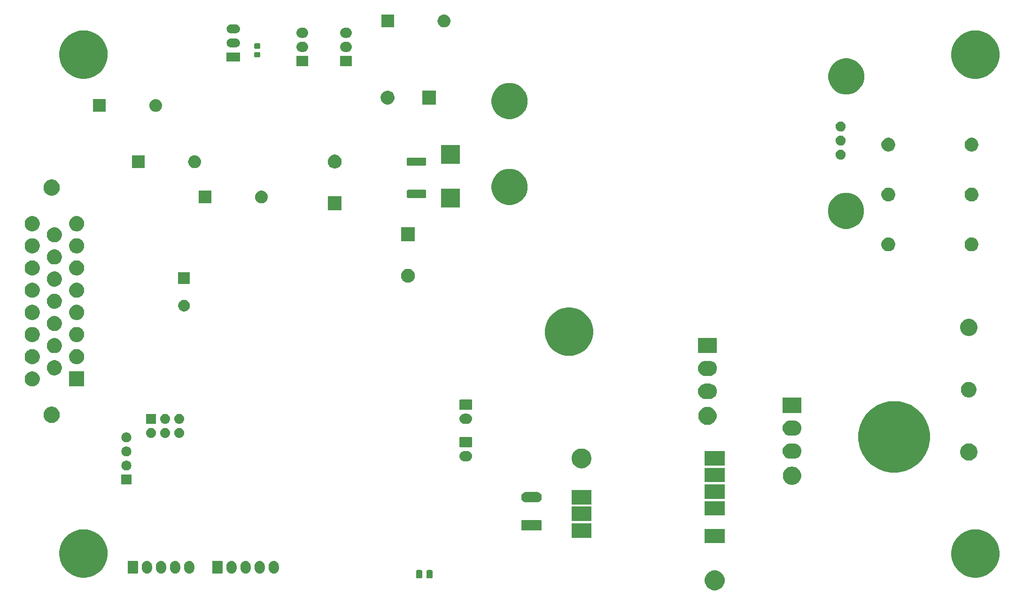
<source format=gbr>
G04 #@! TF.GenerationSoftware,KiCad,Pcbnew,(5.0.2)-1*
G04 #@! TF.CreationDate,2019-03-07T01:49:32-05:00*
G04 #@! TF.ProjectId,interface-board,696e7465-7266-4616-9365-2d626f617264,rev?*
G04 #@! TF.SameCoordinates,Original*
G04 #@! TF.FileFunction,Soldermask,Bot*
G04 #@! TF.FilePolarity,Negative*
%FSLAX46Y46*%
G04 Gerber Fmt 4.6, Leading zero omitted, Abs format (unit mm)*
G04 Created by KiCad (PCBNEW (5.0.2)-1) date 3/7/2019 1:49:32 AM*
%MOMM*%
%LPD*%
G01*
G04 APERTURE LIST*
%ADD10C,0.100000*%
G04 APERTURE END LIST*
D10*
G36*
X181132630Y-142187966D02*
X181457050Y-142252497D01*
X181478434Y-142258983D01*
X181784039Y-142385570D01*
X181803745Y-142396103D01*
X182078776Y-142579873D01*
X182083546Y-142583788D01*
X182083548Y-142583789D01*
X182086508Y-142586218D01*
X182096059Y-142594057D01*
X182329943Y-142827941D01*
X182344127Y-142845224D01*
X182527897Y-143120255D01*
X182538430Y-143139961D01*
X182665017Y-143445566D01*
X182671503Y-143466950D01*
X182736034Y-143791370D01*
X182738224Y-143813608D01*
X182738224Y-144144392D01*
X182736034Y-144166630D01*
X182671503Y-144491050D01*
X182665017Y-144512434D01*
X182538430Y-144818039D01*
X182527897Y-144837745D01*
X182344127Y-145112776D01*
X182329943Y-145130059D01*
X182096059Y-145363943D01*
X182078776Y-145378127D01*
X181803745Y-145561897D01*
X181784039Y-145572430D01*
X181478434Y-145699017D01*
X181457050Y-145705503D01*
X181132630Y-145770034D01*
X181110392Y-145772224D01*
X180779608Y-145772224D01*
X180757370Y-145770034D01*
X180432950Y-145705503D01*
X180411566Y-145699017D01*
X180105961Y-145572430D01*
X180086255Y-145561897D01*
X179811224Y-145378127D01*
X179793941Y-145363943D01*
X179560057Y-145130059D01*
X179545873Y-145112776D01*
X179362103Y-144837745D01*
X179351570Y-144818039D01*
X179224983Y-144512434D01*
X179218497Y-144491050D01*
X179153966Y-144166630D01*
X179151776Y-144144392D01*
X179151776Y-143813608D01*
X179153966Y-143791370D01*
X179218497Y-143466950D01*
X179224983Y-143445566D01*
X179351570Y-143139961D01*
X179362103Y-143120255D01*
X179545873Y-142845224D01*
X179560057Y-142827941D01*
X179793941Y-142594057D01*
X179803493Y-142586218D01*
X179806452Y-142583789D01*
X179806454Y-142583788D01*
X179811224Y-142579873D01*
X180086255Y-142396103D01*
X180105961Y-142385570D01*
X180411566Y-142258983D01*
X180432950Y-142252497D01*
X180757370Y-142187966D01*
X180779608Y-142185776D01*
X181110392Y-142185776D01*
X181132630Y-142187966D01*
X181132630Y-142187966D01*
G37*
G36*
X129914348Y-142117764D02*
X129953000Y-142129489D01*
X129988624Y-142148530D01*
X130019846Y-142174154D01*
X130045470Y-142205376D01*
X130064511Y-142241000D01*
X130076236Y-142279652D01*
X130080800Y-142325991D01*
X130080800Y-143402009D01*
X130076236Y-143448348D01*
X130064511Y-143487000D01*
X130045470Y-143522624D01*
X130019846Y-143553846D01*
X129988624Y-143579470D01*
X129953000Y-143598511D01*
X129914348Y-143610236D01*
X129868009Y-143614800D01*
X129216991Y-143614800D01*
X129170652Y-143610236D01*
X129132000Y-143598511D01*
X129096376Y-143579470D01*
X129065154Y-143553846D01*
X129039530Y-143522624D01*
X129020489Y-143487000D01*
X129008764Y-143448348D01*
X129004200Y-143402009D01*
X129004200Y-142325991D01*
X129008764Y-142279652D01*
X129020489Y-142241000D01*
X129039530Y-142205376D01*
X129065154Y-142174154D01*
X129096376Y-142148530D01*
X129132000Y-142129489D01*
X129170652Y-142117764D01*
X129216991Y-142113200D01*
X129868009Y-142113200D01*
X129914348Y-142117764D01*
X129914348Y-142117764D01*
G37*
G36*
X128039348Y-142117764D02*
X128078000Y-142129489D01*
X128113624Y-142148530D01*
X128144846Y-142174154D01*
X128170470Y-142205376D01*
X128189511Y-142241000D01*
X128201236Y-142279652D01*
X128205800Y-142325991D01*
X128205800Y-143402009D01*
X128201236Y-143448348D01*
X128189511Y-143487000D01*
X128170470Y-143522624D01*
X128144846Y-143553846D01*
X128113624Y-143579470D01*
X128078000Y-143598511D01*
X128039348Y-143610236D01*
X127993009Y-143614800D01*
X127341991Y-143614800D01*
X127295652Y-143610236D01*
X127257000Y-143598511D01*
X127221376Y-143579470D01*
X127190154Y-143553846D01*
X127164530Y-143522624D01*
X127145489Y-143487000D01*
X127133764Y-143448348D01*
X127129200Y-143402009D01*
X127129200Y-142325991D01*
X127133764Y-142279652D01*
X127145489Y-142241000D01*
X127164530Y-142205376D01*
X127190154Y-142174154D01*
X127221376Y-142148530D01*
X127257000Y-142129489D01*
X127295652Y-142117764D01*
X127341991Y-142113200D01*
X127993009Y-142113200D01*
X128039348Y-142117764D01*
X128039348Y-142117764D01*
G37*
G36*
X228572790Y-134814827D02*
X229204082Y-134940398D01*
X229995877Y-135268371D01*
X230708474Y-135744513D01*
X231314487Y-136350526D01*
X231790629Y-137063123D01*
X232118602Y-137854918D01*
X232244143Y-138486058D01*
X232285800Y-138695482D01*
X232285800Y-139552518D01*
X232275250Y-139605554D01*
X232118602Y-140393082D01*
X231790629Y-141184877D01*
X231314487Y-141897474D01*
X230708474Y-142503487D01*
X229995877Y-142979629D01*
X229204082Y-143307602D01*
X228572942Y-143433143D01*
X228363518Y-143474800D01*
X227506482Y-143474800D01*
X227297058Y-143433143D01*
X226665918Y-143307602D01*
X225874123Y-142979629D01*
X225161526Y-142503487D01*
X224555513Y-141897474D01*
X224079371Y-141184877D01*
X223751398Y-140393082D01*
X223594750Y-139605554D01*
X223584200Y-139552518D01*
X223584200Y-138695482D01*
X223625857Y-138486058D01*
X223751398Y-137854918D01*
X224079371Y-137063123D01*
X224555513Y-136350526D01*
X225161526Y-135744513D01*
X225874123Y-135268371D01*
X226665918Y-134940398D01*
X227297210Y-134814827D01*
X227506482Y-134773200D01*
X228363518Y-134773200D01*
X228572790Y-134814827D01*
X228572790Y-134814827D01*
G37*
G36*
X67822790Y-134814827D02*
X68454082Y-134940398D01*
X69245877Y-135268371D01*
X69958474Y-135744513D01*
X70564487Y-136350526D01*
X71040629Y-137063123D01*
X71368602Y-137854918D01*
X71494143Y-138486058D01*
X71535800Y-138695482D01*
X71535800Y-139552518D01*
X71525250Y-139605554D01*
X71368602Y-140393082D01*
X71040629Y-141184877D01*
X70564487Y-141897474D01*
X69958474Y-142503487D01*
X69245877Y-142979629D01*
X68454082Y-143307602D01*
X67822942Y-143433143D01*
X67613518Y-143474800D01*
X66756482Y-143474800D01*
X66547058Y-143433143D01*
X65915918Y-143307602D01*
X65124123Y-142979629D01*
X64411526Y-142503487D01*
X63805513Y-141897474D01*
X63329371Y-141184877D01*
X63001398Y-140393082D01*
X62844750Y-139605554D01*
X62834200Y-139552518D01*
X62834200Y-138695482D01*
X62875857Y-138486058D01*
X63001398Y-137854918D01*
X63329371Y-137063123D01*
X63805513Y-136350526D01*
X64411526Y-135744513D01*
X65124123Y-135268371D01*
X65915918Y-134940398D01*
X66547210Y-134814827D01*
X66756482Y-134773200D01*
X67613518Y-134773200D01*
X67822790Y-134814827D01*
X67822790Y-134814827D01*
G37*
G36*
X81325504Y-140456523D02*
X81325507Y-140456524D01*
X81499079Y-140509176D01*
X81499081Y-140509177D01*
X81499084Y-140509178D01*
X81659045Y-140594678D01*
X81799254Y-140709746D01*
X81914320Y-140849954D01*
X81999823Y-141009918D01*
X82052477Y-141183495D01*
X82065800Y-141318765D01*
X82065800Y-141869234D01*
X82052477Y-142004504D01*
X82052476Y-142004507D01*
X82052476Y-142004508D01*
X81999824Y-142178080D01*
X81999822Y-142178084D01*
X81914322Y-142338045D01*
X81799254Y-142478254D01*
X81659046Y-142593320D01*
X81659044Y-142593321D01*
X81499080Y-142678824D01*
X81380752Y-142714718D01*
X81325505Y-142731477D01*
X81145000Y-142749255D01*
X80964496Y-142731477D01*
X80909249Y-142714718D01*
X80790921Y-142678824D01*
X80630957Y-142593321D01*
X80630955Y-142593320D01*
X80490747Y-142478254D01*
X80375680Y-142338046D01*
X80290177Y-142178082D01*
X80281213Y-142148530D01*
X80237524Y-142004508D01*
X80237523Y-142004505D01*
X80224200Y-141869235D01*
X80224200Y-141318766D01*
X80237523Y-141183496D01*
X80267347Y-141085178D01*
X80290176Y-141009921D01*
X80290177Y-141009919D01*
X80290178Y-141009916D01*
X80375678Y-140849955D01*
X80490746Y-140709746D01*
X80630954Y-140594680D01*
X80790918Y-140509177D01*
X80790920Y-140509176D01*
X80964492Y-140456524D01*
X80964495Y-140456523D01*
X81145000Y-140438745D01*
X81325504Y-140456523D01*
X81325504Y-140456523D01*
G37*
G36*
X86405504Y-140456523D02*
X86405507Y-140456524D01*
X86579079Y-140509176D01*
X86579081Y-140509177D01*
X86579084Y-140509178D01*
X86739045Y-140594678D01*
X86879254Y-140709746D01*
X86994320Y-140849954D01*
X87079823Y-141009918D01*
X87132477Y-141183495D01*
X87145800Y-141318765D01*
X87145800Y-141869234D01*
X87132477Y-142004504D01*
X87132476Y-142004507D01*
X87132476Y-142004508D01*
X87079824Y-142178080D01*
X87079822Y-142178084D01*
X86994322Y-142338045D01*
X86879254Y-142478254D01*
X86739046Y-142593320D01*
X86739044Y-142593321D01*
X86579080Y-142678824D01*
X86460752Y-142714718D01*
X86405505Y-142731477D01*
X86225000Y-142749255D01*
X86044496Y-142731477D01*
X85989249Y-142714718D01*
X85870921Y-142678824D01*
X85710957Y-142593321D01*
X85710955Y-142593320D01*
X85570747Y-142478254D01*
X85455680Y-142338046D01*
X85370177Y-142178082D01*
X85361213Y-142148530D01*
X85317524Y-142004508D01*
X85317523Y-142004505D01*
X85304200Y-141869235D01*
X85304200Y-141318766D01*
X85317523Y-141183496D01*
X85347347Y-141085178D01*
X85370176Y-141009921D01*
X85370177Y-141009919D01*
X85370178Y-141009916D01*
X85455678Y-140849955D01*
X85570746Y-140709746D01*
X85710954Y-140594680D01*
X85870918Y-140509177D01*
X85870920Y-140509176D01*
X86044492Y-140456524D01*
X86044495Y-140456523D01*
X86225000Y-140438745D01*
X86405504Y-140456523D01*
X86405504Y-140456523D01*
G37*
G36*
X83865504Y-140456523D02*
X83865507Y-140456524D01*
X84039079Y-140509176D01*
X84039081Y-140509177D01*
X84039084Y-140509178D01*
X84199045Y-140594678D01*
X84339254Y-140709746D01*
X84454320Y-140849954D01*
X84539823Y-141009918D01*
X84592477Y-141183495D01*
X84605800Y-141318765D01*
X84605800Y-141869234D01*
X84592477Y-142004504D01*
X84592476Y-142004507D01*
X84592476Y-142004508D01*
X84539824Y-142178080D01*
X84539822Y-142178084D01*
X84454322Y-142338045D01*
X84339254Y-142478254D01*
X84199046Y-142593320D01*
X84199044Y-142593321D01*
X84039080Y-142678824D01*
X83920752Y-142714718D01*
X83865505Y-142731477D01*
X83685000Y-142749255D01*
X83504496Y-142731477D01*
X83449249Y-142714718D01*
X83330921Y-142678824D01*
X83170957Y-142593321D01*
X83170955Y-142593320D01*
X83030747Y-142478254D01*
X82915680Y-142338046D01*
X82830177Y-142178082D01*
X82821213Y-142148530D01*
X82777524Y-142004508D01*
X82777523Y-142004505D01*
X82764200Y-141869235D01*
X82764200Y-141318766D01*
X82777523Y-141183496D01*
X82807347Y-141085178D01*
X82830176Y-141009921D01*
X82830177Y-141009919D01*
X82830178Y-141009916D01*
X82915678Y-140849955D01*
X83030746Y-140709746D01*
X83170954Y-140594680D01*
X83330918Y-140509177D01*
X83330920Y-140509176D01*
X83504492Y-140456524D01*
X83504495Y-140456523D01*
X83685000Y-140438745D01*
X83865504Y-140456523D01*
X83865504Y-140456523D01*
G37*
G36*
X78785504Y-140456523D02*
X78785507Y-140456524D01*
X78959079Y-140509176D01*
X78959081Y-140509177D01*
X78959084Y-140509178D01*
X79119045Y-140594678D01*
X79259254Y-140709746D01*
X79374320Y-140849954D01*
X79459823Y-141009918D01*
X79512477Y-141183495D01*
X79525800Y-141318765D01*
X79525800Y-141869234D01*
X79512477Y-142004504D01*
X79512476Y-142004507D01*
X79512476Y-142004508D01*
X79459824Y-142178080D01*
X79459822Y-142178084D01*
X79374322Y-142338045D01*
X79259254Y-142478254D01*
X79119046Y-142593320D01*
X79119044Y-142593321D01*
X78959080Y-142678824D01*
X78840752Y-142714718D01*
X78785505Y-142731477D01*
X78605000Y-142749255D01*
X78424496Y-142731477D01*
X78369249Y-142714718D01*
X78250921Y-142678824D01*
X78090957Y-142593321D01*
X78090955Y-142593320D01*
X77950747Y-142478254D01*
X77835680Y-142338046D01*
X77750177Y-142178082D01*
X77741213Y-142148530D01*
X77697524Y-142004508D01*
X77697523Y-142004505D01*
X77684200Y-141869235D01*
X77684200Y-141318766D01*
X77697523Y-141183496D01*
X77727347Y-141085178D01*
X77750176Y-141009921D01*
X77750177Y-141009919D01*
X77750178Y-141009916D01*
X77835678Y-140849955D01*
X77950746Y-140709746D01*
X78090954Y-140594680D01*
X78250918Y-140509177D01*
X78250920Y-140509176D01*
X78424492Y-140456524D01*
X78424495Y-140456523D01*
X78605000Y-140438745D01*
X78785504Y-140456523D01*
X78785504Y-140456523D01*
G37*
G36*
X101645504Y-140456523D02*
X101645507Y-140456524D01*
X101819079Y-140509176D01*
X101819081Y-140509177D01*
X101819084Y-140509178D01*
X101979045Y-140594678D01*
X102119254Y-140709746D01*
X102234320Y-140849954D01*
X102319823Y-141009918D01*
X102372477Y-141183495D01*
X102385800Y-141318765D01*
X102385800Y-141869234D01*
X102372477Y-142004504D01*
X102372476Y-142004507D01*
X102372476Y-142004508D01*
X102319824Y-142178080D01*
X102319822Y-142178084D01*
X102234322Y-142338045D01*
X102119254Y-142478254D01*
X101979046Y-142593320D01*
X101979044Y-142593321D01*
X101819080Y-142678824D01*
X101700752Y-142714718D01*
X101645505Y-142731477D01*
X101465000Y-142749255D01*
X101284496Y-142731477D01*
X101229249Y-142714718D01*
X101110921Y-142678824D01*
X100950957Y-142593321D01*
X100950955Y-142593320D01*
X100810747Y-142478254D01*
X100695680Y-142338046D01*
X100610177Y-142178082D01*
X100601213Y-142148530D01*
X100557524Y-142004508D01*
X100557523Y-142004505D01*
X100544200Y-141869235D01*
X100544200Y-141318766D01*
X100557523Y-141183496D01*
X100587347Y-141085178D01*
X100610176Y-141009921D01*
X100610177Y-141009919D01*
X100610178Y-141009916D01*
X100695678Y-140849955D01*
X100810746Y-140709746D01*
X100950954Y-140594680D01*
X101110918Y-140509177D01*
X101110920Y-140509176D01*
X101284492Y-140456524D01*
X101284495Y-140456523D01*
X101465000Y-140438745D01*
X101645504Y-140456523D01*
X101645504Y-140456523D01*
G37*
G36*
X99105504Y-140456523D02*
X99105507Y-140456524D01*
X99279079Y-140509176D01*
X99279081Y-140509177D01*
X99279084Y-140509178D01*
X99439045Y-140594678D01*
X99579254Y-140709746D01*
X99694320Y-140849954D01*
X99779823Y-141009918D01*
X99832477Y-141183495D01*
X99845800Y-141318765D01*
X99845800Y-141869234D01*
X99832477Y-142004504D01*
X99832476Y-142004507D01*
X99832476Y-142004508D01*
X99779824Y-142178080D01*
X99779822Y-142178084D01*
X99694322Y-142338045D01*
X99579254Y-142478254D01*
X99439046Y-142593320D01*
X99439044Y-142593321D01*
X99279080Y-142678824D01*
X99160752Y-142714718D01*
X99105505Y-142731477D01*
X98925000Y-142749255D01*
X98744496Y-142731477D01*
X98689249Y-142714718D01*
X98570921Y-142678824D01*
X98410957Y-142593321D01*
X98410955Y-142593320D01*
X98270747Y-142478254D01*
X98155680Y-142338046D01*
X98070177Y-142178082D01*
X98061213Y-142148530D01*
X98017524Y-142004508D01*
X98017523Y-142004505D01*
X98004200Y-141869235D01*
X98004200Y-141318766D01*
X98017523Y-141183496D01*
X98047347Y-141085178D01*
X98070176Y-141009921D01*
X98070177Y-141009919D01*
X98070178Y-141009916D01*
X98155678Y-140849955D01*
X98270746Y-140709746D01*
X98410954Y-140594680D01*
X98570918Y-140509177D01*
X98570920Y-140509176D01*
X98744492Y-140456524D01*
X98744495Y-140456523D01*
X98925000Y-140438745D01*
X99105504Y-140456523D01*
X99105504Y-140456523D01*
G37*
G36*
X96565504Y-140456523D02*
X96565507Y-140456524D01*
X96739079Y-140509176D01*
X96739081Y-140509177D01*
X96739084Y-140509178D01*
X96899045Y-140594678D01*
X97039254Y-140709746D01*
X97154320Y-140849954D01*
X97239823Y-141009918D01*
X97292477Y-141183495D01*
X97305800Y-141318765D01*
X97305800Y-141869234D01*
X97292477Y-142004504D01*
X97292476Y-142004507D01*
X97292476Y-142004508D01*
X97239824Y-142178080D01*
X97239822Y-142178084D01*
X97154322Y-142338045D01*
X97039254Y-142478254D01*
X96899046Y-142593320D01*
X96899044Y-142593321D01*
X96739080Y-142678824D01*
X96620752Y-142714718D01*
X96565505Y-142731477D01*
X96385000Y-142749255D01*
X96204496Y-142731477D01*
X96149249Y-142714718D01*
X96030921Y-142678824D01*
X95870957Y-142593321D01*
X95870955Y-142593320D01*
X95730747Y-142478254D01*
X95615680Y-142338046D01*
X95530177Y-142178082D01*
X95521213Y-142148530D01*
X95477524Y-142004508D01*
X95477523Y-142004505D01*
X95464200Y-141869235D01*
X95464200Y-141318766D01*
X95477523Y-141183496D01*
X95507347Y-141085178D01*
X95530176Y-141009921D01*
X95530177Y-141009919D01*
X95530178Y-141009916D01*
X95615678Y-140849955D01*
X95730746Y-140709746D01*
X95870954Y-140594680D01*
X96030918Y-140509177D01*
X96030920Y-140509176D01*
X96204492Y-140456524D01*
X96204495Y-140456523D01*
X96385000Y-140438745D01*
X96565504Y-140456523D01*
X96565504Y-140456523D01*
G37*
G36*
X94025504Y-140456523D02*
X94025507Y-140456524D01*
X94199079Y-140509176D01*
X94199081Y-140509177D01*
X94199084Y-140509178D01*
X94359045Y-140594678D01*
X94499254Y-140709746D01*
X94614320Y-140849954D01*
X94699823Y-141009918D01*
X94752477Y-141183495D01*
X94765800Y-141318765D01*
X94765800Y-141869234D01*
X94752477Y-142004504D01*
X94752476Y-142004507D01*
X94752476Y-142004508D01*
X94699824Y-142178080D01*
X94699822Y-142178084D01*
X94614322Y-142338045D01*
X94499254Y-142478254D01*
X94359046Y-142593320D01*
X94359044Y-142593321D01*
X94199080Y-142678824D01*
X94080752Y-142714718D01*
X94025505Y-142731477D01*
X93845000Y-142749255D01*
X93664496Y-142731477D01*
X93609249Y-142714718D01*
X93490921Y-142678824D01*
X93330957Y-142593321D01*
X93330955Y-142593320D01*
X93190747Y-142478254D01*
X93075680Y-142338046D01*
X92990177Y-142178082D01*
X92981213Y-142148530D01*
X92937524Y-142004508D01*
X92937523Y-142004505D01*
X92924200Y-141869235D01*
X92924200Y-141318766D01*
X92937523Y-141183496D01*
X92967347Y-141085178D01*
X92990176Y-141009921D01*
X92990177Y-141009919D01*
X92990178Y-141009916D01*
X93075678Y-140849955D01*
X93190746Y-140709746D01*
X93330954Y-140594680D01*
X93490918Y-140509177D01*
X93490920Y-140509176D01*
X93664492Y-140456524D01*
X93664495Y-140456523D01*
X93845000Y-140438745D01*
X94025504Y-140456523D01*
X94025504Y-140456523D01*
G37*
G36*
X92084409Y-140447165D02*
X92117219Y-140457118D01*
X92147460Y-140473282D01*
X92173965Y-140495035D01*
X92195718Y-140521540D01*
X92211882Y-140551781D01*
X92221835Y-140584591D01*
X92225800Y-140624854D01*
X92225800Y-142563146D01*
X92221835Y-142603409D01*
X92211882Y-142636219D01*
X92195718Y-142666460D01*
X92173965Y-142692965D01*
X92147460Y-142714718D01*
X92117219Y-142730882D01*
X92084409Y-142740835D01*
X92044146Y-142744800D01*
X90565854Y-142744800D01*
X90525591Y-142740835D01*
X90492781Y-142730882D01*
X90462540Y-142714718D01*
X90436035Y-142692965D01*
X90414282Y-142666460D01*
X90398118Y-142636219D01*
X90388165Y-142603409D01*
X90384200Y-142563146D01*
X90384200Y-140624854D01*
X90388165Y-140584591D01*
X90398118Y-140551781D01*
X90414282Y-140521540D01*
X90436035Y-140495035D01*
X90462540Y-140473282D01*
X90492781Y-140457118D01*
X90525591Y-140447165D01*
X90565854Y-140443200D01*
X92044146Y-140443200D01*
X92084409Y-140447165D01*
X92084409Y-140447165D01*
G37*
G36*
X76844409Y-140447165D02*
X76877219Y-140457118D01*
X76907460Y-140473282D01*
X76933965Y-140495035D01*
X76955718Y-140521540D01*
X76971882Y-140551781D01*
X76981835Y-140584591D01*
X76985800Y-140624854D01*
X76985800Y-142563146D01*
X76981835Y-142603409D01*
X76971882Y-142636219D01*
X76955718Y-142666460D01*
X76933965Y-142692965D01*
X76907460Y-142714718D01*
X76877219Y-142730882D01*
X76844409Y-142740835D01*
X76804146Y-142744800D01*
X75325854Y-142744800D01*
X75285591Y-142740835D01*
X75252781Y-142730882D01*
X75222540Y-142714718D01*
X75196035Y-142692965D01*
X75174282Y-142666460D01*
X75158118Y-142636219D01*
X75148165Y-142603409D01*
X75144200Y-142563146D01*
X75144200Y-140624854D01*
X75148165Y-140584591D01*
X75158118Y-140551781D01*
X75174282Y-140521540D01*
X75196035Y-140495035D01*
X75222540Y-140473282D01*
X75252781Y-140457118D01*
X75285591Y-140447165D01*
X75325854Y-140443200D01*
X76804146Y-140443200D01*
X76844409Y-140447165D01*
X76844409Y-140447165D01*
G37*
G36*
X182745800Y-137279800D02*
X179144200Y-137279800D01*
X179144200Y-134678200D01*
X182745800Y-134678200D01*
X182745800Y-137279800D01*
X182745800Y-137279800D01*
G37*
G36*
X158745800Y-136279800D02*
X155144200Y-136279800D01*
X155144200Y-133678200D01*
X158745800Y-133678200D01*
X158745800Y-136279800D01*
X158745800Y-136279800D01*
G37*
G36*
X149635760Y-133097133D02*
X149668258Y-133106991D01*
X149698208Y-133123000D01*
X149724458Y-133144542D01*
X149746000Y-133170792D01*
X149762009Y-133200742D01*
X149771867Y-133233240D01*
X149775800Y-133273173D01*
X149775800Y-134814827D01*
X149771867Y-134854760D01*
X149762009Y-134887258D01*
X149746000Y-134917208D01*
X149724458Y-134943458D01*
X149698208Y-134965000D01*
X149668258Y-134981009D01*
X149635760Y-134990867D01*
X149595827Y-134994800D01*
X146254173Y-134994800D01*
X146214240Y-134990867D01*
X146181742Y-134981009D01*
X146151792Y-134965000D01*
X146125542Y-134943458D01*
X146104000Y-134917208D01*
X146087991Y-134887258D01*
X146078133Y-134854760D01*
X146074200Y-134814827D01*
X146074200Y-133273173D01*
X146078133Y-133233240D01*
X146087991Y-133200742D01*
X146104000Y-133170792D01*
X146125542Y-133144542D01*
X146151792Y-133123000D01*
X146181742Y-133106991D01*
X146214240Y-133097133D01*
X146254173Y-133093200D01*
X149595827Y-133093200D01*
X149635760Y-133097133D01*
X149635760Y-133097133D01*
G37*
G36*
X158745800Y-133279800D02*
X155144200Y-133279800D01*
X155144200Y-130678200D01*
X158745800Y-130678200D01*
X158745800Y-133279800D01*
X158745800Y-133279800D01*
G37*
G36*
X182745800Y-132279800D02*
X179144200Y-132279800D01*
X179144200Y-129678200D01*
X182745800Y-129678200D01*
X182745800Y-132279800D01*
X182745800Y-132279800D01*
G37*
G36*
X158745800Y-130279800D02*
X155144200Y-130279800D01*
X155144200Y-127678200D01*
X158745800Y-127678200D01*
X158745800Y-130279800D01*
X158745800Y-130279800D01*
G37*
G36*
X149011391Y-128026957D02*
X149190616Y-128081325D01*
X149355792Y-128169613D01*
X149500570Y-128288430D01*
X149619387Y-128433208D01*
X149707675Y-128598384D01*
X149762043Y-128777609D01*
X149780400Y-128964000D01*
X149762043Y-129150391D01*
X149707675Y-129329616D01*
X149619387Y-129494792D01*
X149500570Y-129639570D01*
X149355792Y-129758387D01*
X149190616Y-129846675D01*
X149011391Y-129901043D01*
X148871708Y-129914800D01*
X146978292Y-129914800D01*
X146838609Y-129901043D01*
X146659384Y-129846675D01*
X146494208Y-129758387D01*
X146349430Y-129639570D01*
X146230613Y-129494792D01*
X146142325Y-129329616D01*
X146087957Y-129150391D01*
X146069600Y-128964000D01*
X146087957Y-128777609D01*
X146142325Y-128598384D01*
X146230613Y-128433208D01*
X146349430Y-128288430D01*
X146494208Y-128169613D01*
X146659384Y-128081325D01*
X146838609Y-128026957D01*
X146978292Y-128013200D01*
X148871708Y-128013200D01*
X149011391Y-128026957D01*
X149011391Y-128026957D01*
G37*
G36*
X182745800Y-129279800D02*
X179144200Y-129279800D01*
X179144200Y-126678200D01*
X182745800Y-126678200D01*
X182745800Y-129279800D01*
X182745800Y-129279800D01*
G37*
G36*
X195205104Y-123490727D02*
X195363604Y-123522255D01*
X195477716Y-123569522D01*
X195662209Y-123645941D01*
X195930952Y-123825510D01*
X196159490Y-124054048D01*
X196339059Y-124322791D01*
X196462745Y-124621397D01*
X196525800Y-124938394D01*
X196525800Y-125261606D01*
X196462745Y-125578603D01*
X196339059Y-125877209D01*
X196159490Y-126145952D01*
X195930952Y-126374490D01*
X195662209Y-126554059D01*
X195487290Y-126626512D01*
X195363604Y-126677745D01*
X195302999Y-126689800D01*
X195046606Y-126740800D01*
X194723394Y-126740800D01*
X194467001Y-126689800D01*
X194406396Y-126677745D01*
X194282710Y-126626512D01*
X194107791Y-126554059D01*
X193839048Y-126374490D01*
X193610510Y-126145952D01*
X193430941Y-125877209D01*
X193307255Y-125578603D01*
X193244200Y-125261606D01*
X193244200Y-124938394D01*
X193307255Y-124621397D01*
X193430941Y-124322791D01*
X193610510Y-124054048D01*
X193839048Y-123825510D01*
X194107791Y-123645941D01*
X194292284Y-123569522D01*
X194406396Y-123522255D01*
X194564896Y-123490727D01*
X194723394Y-123459200D01*
X195046606Y-123459200D01*
X195205104Y-123490727D01*
X195205104Y-123490727D01*
G37*
G36*
X75800800Y-126689800D02*
X73999200Y-126689800D01*
X73999200Y-124888200D01*
X75800800Y-124888200D01*
X75800800Y-126689800D01*
X75800800Y-126689800D01*
G37*
G36*
X182745800Y-126279800D02*
X179144200Y-126279800D01*
X179144200Y-123678200D01*
X182745800Y-123678200D01*
X182745800Y-126279800D01*
X182745800Y-126279800D01*
G37*
G36*
X214245858Y-111705964D02*
X215181629Y-111892100D01*
X216355600Y-112378375D01*
X217412146Y-113084336D01*
X218310664Y-113982854D01*
X219016625Y-115039400D01*
X219502900Y-116213371D01*
X219689036Y-117149142D01*
X219750800Y-117459650D01*
X219750800Y-118730350D01*
X219712756Y-118921611D01*
X219502900Y-119976629D01*
X219016625Y-121150600D01*
X218310664Y-122207146D01*
X217412146Y-123105664D01*
X216355600Y-123811625D01*
X215181629Y-124297900D01*
X214245858Y-124484036D01*
X213935350Y-124545800D01*
X212664650Y-124545800D01*
X212354142Y-124484036D01*
X211418371Y-124297900D01*
X210244400Y-123811625D01*
X209187854Y-123105664D01*
X208289336Y-122207146D01*
X207583375Y-121150600D01*
X207097100Y-119976629D01*
X206887244Y-118921611D01*
X206849200Y-118730350D01*
X206849200Y-117459650D01*
X206910964Y-117149142D01*
X207097100Y-116213371D01*
X207583375Y-115039400D01*
X208289336Y-113982854D01*
X209187854Y-113084336D01*
X210244400Y-112378375D01*
X211418371Y-111892100D01*
X212354142Y-111705964D01*
X212664650Y-111644200D01*
X213935350Y-111644200D01*
X214245858Y-111705964D01*
X214245858Y-111705964D01*
G37*
G36*
X74988362Y-122352545D02*
X75076588Y-122361234D01*
X75185261Y-122394200D01*
X75246390Y-122412743D01*
X75358141Y-122472476D01*
X75402879Y-122496389D01*
X75438609Y-122525712D01*
X75540044Y-122608956D01*
X75623288Y-122710391D01*
X75652611Y-122746121D01*
X75652612Y-122746123D01*
X75736257Y-122902610D01*
X75736257Y-122902611D01*
X75787766Y-123072412D01*
X75805158Y-123249000D01*
X75787766Y-123425588D01*
X75758442Y-123522255D01*
X75736257Y-123595390D01*
X75677400Y-123705503D01*
X75652611Y-123751879D01*
X75635914Y-123772224D01*
X75540044Y-123889044D01*
X75438609Y-123972288D01*
X75402879Y-124001611D01*
X75402877Y-124001612D01*
X75246390Y-124085257D01*
X75189789Y-124102427D01*
X75076588Y-124136766D01*
X74988362Y-124145455D01*
X74944250Y-124149800D01*
X74855750Y-124149800D01*
X74811638Y-124145455D01*
X74723412Y-124136766D01*
X74610211Y-124102427D01*
X74553610Y-124085257D01*
X74397123Y-124001612D01*
X74397121Y-124001611D01*
X74361391Y-123972288D01*
X74259956Y-123889044D01*
X74164086Y-123772224D01*
X74147389Y-123751879D01*
X74122600Y-123705503D01*
X74063743Y-123595390D01*
X74041558Y-123522255D01*
X74012234Y-123425588D01*
X73994842Y-123249000D01*
X74012234Y-123072412D01*
X74063743Y-122902611D01*
X74063743Y-122902610D01*
X74147388Y-122746123D01*
X74147389Y-122746121D01*
X74176712Y-122710391D01*
X74259956Y-122608956D01*
X74361391Y-122525712D01*
X74397121Y-122496389D01*
X74441859Y-122472476D01*
X74553610Y-122412743D01*
X74614739Y-122394200D01*
X74723412Y-122361234D01*
X74811638Y-122352545D01*
X74855750Y-122348200D01*
X74944250Y-122348200D01*
X74988362Y-122352545D01*
X74988362Y-122352545D01*
G37*
G36*
X157132630Y-120187966D02*
X157457050Y-120252497D01*
X157478434Y-120258983D01*
X157784039Y-120385570D01*
X157803745Y-120396103D01*
X158078776Y-120579873D01*
X158096059Y-120594057D01*
X158329943Y-120827941D01*
X158344127Y-120845224D01*
X158527897Y-121120255D01*
X158538430Y-121139961D01*
X158665017Y-121445566D01*
X158671503Y-121466950D01*
X158736034Y-121791370D01*
X158738224Y-121813608D01*
X158738224Y-122144392D01*
X158736034Y-122166630D01*
X158671503Y-122491050D01*
X158665017Y-122512434D01*
X158538430Y-122818039D01*
X158527897Y-122837745D01*
X158344127Y-123112776D01*
X158329943Y-123130059D01*
X158096059Y-123363943D01*
X158078776Y-123378127D01*
X157803745Y-123561897D01*
X157784039Y-123572430D01*
X157478434Y-123699017D01*
X157457050Y-123705503D01*
X157132630Y-123770034D01*
X157110392Y-123772224D01*
X156779608Y-123772224D01*
X156757370Y-123770034D01*
X156432950Y-123705503D01*
X156411566Y-123699017D01*
X156105961Y-123572430D01*
X156086255Y-123561897D01*
X155811224Y-123378127D01*
X155793941Y-123363943D01*
X155560057Y-123130059D01*
X155545873Y-123112776D01*
X155362103Y-122837745D01*
X155351570Y-122818039D01*
X155224983Y-122512434D01*
X155218497Y-122491050D01*
X155153966Y-122166630D01*
X155151776Y-122144392D01*
X155151776Y-121813608D01*
X155153966Y-121791370D01*
X155218497Y-121466950D01*
X155224983Y-121445566D01*
X155351570Y-121139961D01*
X155362103Y-121120255D01*
X155545873Y-120845224D01*
X155560057Y-120827941D01*
X155793941Y-120594057D01*
X155811224Y-120579873D01*
X156086255Y-120396103D01*
X156105961Y-120385570D01*
X156411566Y-120258983D01*
X156432950Y-120252497D01*
X156757370Y-120187966D01*
X156779608Y-120185776D01*
X157110392Y-120185776D01*
X157132630Y-120187966D01*
X157132630Y-120187966D01*
G37*
G36*
X182745800Y-123279800D02*
X179144200Y-123279800D01*
X179144200Y-120678200D01*
X182745800Y-120678200D01*
X182745800Y-123279800D01*
X182745800Y-123279800D01*
G37*
G36*
X136495505Y-120657523D02*
X136527818Y-120667325D01*
X136669080Y-120710176D01*
X136669082Y-120710177D01*
X136829046Y-120795680D01*
X136969254Y-120910746D01*
X137084320Y-121050954D01*
X137084321Y-121050956D01*
X137169824Y-121210920D01*
X137189672Y-121276352D01*
X137222477Y-121384495D01*
X137240255Y-121565000D01*
X137222477Y-121745505D01*
X137169823Y-121919082D01*
X137084320Y-122079046D01*
X136969254Y-122219254D01*
X136829046Y-122334320D01*
X136829044Y-122334321D01*
X136669080Y-122419824D01*
X136565656Y-122451197D01*
X136495505Y-122472477D01*
X136360235Y-122485800D01*
X135809765Y-122485800D01*
X135674495Y-122472477D01*
X135604344Y-122451197D01*
X135500920Y-122419824D01*
X135340956Y-122334321D01*
X135340954Y-122334320D01*
X135200746Y-122219254D01*
X135085680Y-122079046D01*
X135000177Y-121919082D01*
X134947523Y-121745505D01*
X134929745Y-121565000D01*
X134947523Y-121384495D01*
X134980328Y-121276352D01*
X135000176Y-121210920D01*
X135085679Y-121050956D01*
X135085680Y-121050954D01*
X135200746Y-120910746D01*
X135340954Y-120795680D01*
X135500918Y-120710177D01*
X135500920Y-120710176D01*
X135642182Y-120667325D01*
X135674495Y-120657523D01*
X135809765Y-120644200D01*
X136360235Y-120644200D01*
X136495505Y-120657523D01*
X136495505Y-120657523D01*
G37*
G36*
X227187352Y-119332796D02*
X227469579Y-119449699D01*
X227723578Y-119619415D01*
X227939585Y-119835422D01*
X228109301Y-120089421D01*
X228226204Y-120371648D01*
X228285800Y-120671259D01*
X228285800Y-120976741D01*
X228226204Y-121276352D01*
X228109301Y-121558579D01*
X227939585Y-121812578D01*
X227723578Y-122028585D01*
X227469579Y-122198301D01*
X227187352Y-122315204D01*
X226887741Y-122374800D01*
X226582259Y-122374800D01*
X226282648Y-122315204D01*
X226000421Y-122198301D01*
X225746422Y-122028585D01*
X225530415Y-121812578D01*
X225360699Y-121558579D01*
X225243796Y-121276352D01*
X225184200Y-120976741D01*
X225184200Y-120671259D01*
X225243796Y-120371648D01*
X225360699Y-120089421D01*
X225530415Y-119835422D01*
X225746422Y-119619415D01*
X226000421Y-119449699D01*
X226282648Y-119332796D01*
X226582259Y-119273200D01*
X226887741Y-119273200D01*
X227187352Y-119332796D01*
X227187352Y-119332796D01*
G37*
G36*
X195483725Y-119309034D02*
X195742120Y-119387418D01*
X195980261Y-119514706D01*
X196188992Y-119686008D01*
X196360294Y-119894739D01*
X196487582Y-120132880D01*
X196565966Y-120391275D01*
X196592432Y-120660000D01*
X196565966Y-120928725D01*
X196487582Y-121187120D01*
X196360294Y-121425261D01*
X196188992Y-121633992D01*
X195980261Y-121805294D01*
X195742120Y-121932582D01*
X195483725Y-122010966D01*
X195282340Y-122030800D01*
X194487660Y-122030800D01*
X194286275Y-122010966D01*
X194027880Y-121932582D01*
X193789739Y-121805294D01*
X193581008Y-121633992D01*
X193409706Y-121425261D01*
X193282418Y-121187120D01*
X193204034Y-120928725D01*
X193177568Y-120660000D01*
X193204034Y-120391275D01*
X193282418Y-120132880D01*
X193409706Y-119894739D01*
X193581008Y-119686008D01*
X193789739Y-119514706D01*
X194027880Y-119387418D01*
X194286275Y-119309034D01*
X194487660Y-119289200D01*
X195282340Y-119289200D01*
X195483725Y-119309034D01*
X195483725Y-119309034D01*
G37*
G36*
X74988362Y-119812545D02*
X75076588Y-119821234D01*
X75189789Y-119855573D01*
X75246390Y-119872743D01*
X75383068Y-119945800D01*
X75402879Y-119956389D01*
X75427540Y-119976628D01*
X75540044Y-120068956D01*
X75623288Y-120170391D01*
X75652611Y-120206121D01*
X75652612Y-120206123D01*
X75736257Y-120362610D01*
X75743222Y-120385570D01*
X75787766Y-120532412D01*
X75805158Y-120709000D01*
X75787766Y-120885588D01*
X75774680Y-120928725D01*
X75736257Y-121055390D01*
X75675064Y-121169872D01*
X75652611Y-121211879D01*
X75623288Y-121247609D01*
X75540044Y-121349044D01*
X75438609Y-121432288D01*
X75402879Y-121461611D01*
X75402877Y-121461612D01*
X75246390Y-121545257D01*
X75202476Y-121558578D01*
X75076588Y-121596766D01*
X74988362Y-121605455D01*
X74944250Y-121609800D01*
X74855750Y-121609800D01*
X74811638Y-121605455D01*
X74723412Y-121596766D01*
X74597524Y-121558578D01*
X74553610Y-121545257D01*
X74397123Y-121461612D01*
X74397121Y-121461611D01*
X74361391Y-121432288D01*
X74259956Y-121349044D01*
X74176712Y-121247609D01*
X74147389Y-121211879D01*
X74124936Y-121169872D01*
X74063743Y-121055390D01*
X74025320Y-120928725D01*
X74012234Y-120885588D01*
X73994842Y-120709000D01*
X74012234Y-120532412D01*
X74056778Y-120385570D01*
X74063743Y-120362610D01*
X74147388Y-120206123D01*
X74147389Y-120206121D01*
X74176712Y-120170391D01*
X74259956Y-120068956D01*
X74372460Y-119976628D01*
X74397121Y-119956389D01*
X74416932Y-119945800D01*
X74553610Y-119872743D01*
X74610211Y-119855573D01*
X74723412Y-119821234D01*
X74811638Y-119812545D01*
X74855750Y-119808200D01*
X74944250Y-119808200D01*
X74988362Y-119812545D01*
X74988362Y-119812545D01*
G37*
G36*
X137094409Y-118108165D02*
X137127219Y-118118118D01*
X137157460Y-118134282D01*
X137183965Y-118156035D01*
X137205718Y-118182540D01*
X137221882Y-118212781D01*
X137231835Y-118245591D01*
X137235800Y-118285854D01*
X137235800Y-119764146D01*
X137231835Y-119804409D01*
X137221882Y-119837219D01*
X137205718Y-119867460D01*
X137183965Y-119893965D01*
X137157460Y-119915718D01*
X137127219Y-119931882D01*
X137094409Y-119941835D01*
X137054146Y-119945800D01*
X135115854Y-119945800D01*
X135075591Y-119941835D01*
X135042781Y-119931882D01*
X135012540Y-119915718D01*
X134986035Y-119893965D01*
X134964282Y-119867460D01*
X134948118Y-119837219D01*
X134938165Y-119804409D01*
X134934200Y-119764146D01*
X134934200Y-118285854D01*
X134938165Y-118245591D01*
X134948118Y-118212781D01*
X134964282Y-118182540D01*
X134986035Y-118156035D01*
X135012540Y-118134282D01*
X135042781Y-118118118D01*
X135075591Y-118108165D01*
X135115854Y-118104200D01*
X137054146Y-118104200D01*
X137094409Y-118108165D01*
X137094409Y-118108165D01*
G37*
G36*
X74988362Y-117272545D02*
X75076588Y-117281234D01*
X75189789Y-117315573D01*
X75246390Y-117332743D01*
X75384980Y-117406822D01*
X75402879Y-117416389D01*
X75438609Y-117445712D01*
X75540044Y-117528956D01*
X75593587Y-117594200D01*
X75652611Y-117666121D01*
X75652612Y-117666123D01*
X75736257Y-117822610D01*
X75736257Y-117822611D01*
X75787766Y-117992412D01*
X75805158Y-118169000D01*
X75787766Y-118345588D01*
X75766940Y-118414241D01*
X75736257Y-118515390D01*
X75693276Y-118595800D01*
X75652611Y-118671879D01*
X75623288Y-118707609D01*
X75540044Y-118809044D01*
X75438609Y-118892288D01*
X75402879Y-118921611D01*
X75402877Y-118921612D01*
X75246390Y-119005257D01*
X75189789Y-119022427D01*
X75076588Y-119056766D01*
X74988362Y-119065455D01*
X74944250Y-119069800D01*
X74855750Y-119069800D01*
X74811638Y-119065455D01*
X74723412Y-119056766D01*
X74610211Y-119022427D01*
X74553610Y-119005257D01*
X74397123Y-118921612D01*
X74397121Y-118921611D01*
X74361391Y-118892288D01*
X74259956Y-118809044D01*
X74176712Y-118707609D01*
X74147389Y-118671879D01*
X74106724Y-118595800D01*
X74063743Y-118515390D01*
X74033060Y-118414241D01*
X74012234Y-118345588D01*
X73994842Y-118169000D01*
X74012234Y-117992412D01*
X74063743Y-117822611D01*
X74063743Y-117822610D01*
X74147388Y-117666123D01*
X74147389Y-117666121D01*
X74206413Y-117594200D01*
X74259956Y-117528956D01*
X74361391Y-117445712D01*
X74397121Y-117416389D01*
X74415020Y-117406822D01*
X74553610Y-117332743D01*
X74610211Y-117315573D01*
X74723412Y-117281234D01*
X74811638Y-117272545D01*
X74855750Y-117268200D01*
X74944250Y-117268200D01*
X74988362Y-117272545D01*
X74988362Y-117272545D01*
G37*
G36*
X81973362Y-116477545D02*
X82061588Y-116486234D01*
X82172899Y-116520000D01*
X82231390Y-116537743D01*
X82369980Y-116611822D01*
X82387879Y-116621389D01*
X82423609Y-116650712D01*
X82525044Y-116733956D01*
X82608288Y-116835391D01*
X82637611Y-116871121D01*
X82637612Y-116871123D01*
X82721257Y-117027610D01*
X82721257Y-117027611D01*
X82772766Y-117197412D01*
X82790158Y-117374000D01*
X82772766Y-117550588D01*
X82759536Y-117594200D01*
X82721257Y-117720390D01*
X82682669Y-117792582D01*
X82637611Y-117876879D01*
X82626186Y-117890800D01*
X82525044Y-118014044D01*
X82423609Y-118097288D01*
X82387879Y-118126611D01*
X82387877Y-118126612D01*
X82231390Y-118210257D01*
X82223069Y-118212781D01*
X82061588Y-118261766D01*
X82002962Y-118267540D01*
X81929250Y-118274800D01*
X81840750Y-118274800D01*
X81767038Y-118267540D01*
X81708412Y-118261766D01*
X81546931Y-118212781D01*
X81538610Y-118210257D01*
X81382123Y-118126612D01*
X81382121Y-118126611D01*
X81346391Y-118097288D01*
X81244956Y-118014044D01*
X81143814Y-117890800D01*
X81132389Y-117876879D01*
X81087331Y-117792582D01*
X81048743Y-117720390D01*
X81010464Y-117594200D01*
X80997234Y-117550588D01*
X80979842Y-117374000D01*
X80997234Y-117197412D01*
X81048743Y-117027611D01*
X81048743Y-117027610D01*
X81132388Y-116871123D01*
X81132389Y-116871121D01*
X81161712Y-116835391D01*
X81244956Y-116733956D01*
X81346391Y-116650712D01*
X81382121Y-116621389D01*
X81400020Y-116611822D01*
X81538610Y-116537743D01*
X81597101Y-116520000D01*
X81708412Y-116486234D01*
X81796638Y-116477545D01*
X81840750Y-116473200D01*
X81929250Y-116473200D01*
X81973362Y-116477545D01*
X81973362Y-116477545D01*
G37*
G36*
X84513362Y-116477545D02*
X84601588Y-116486234D01*
X84712899Y-116520000D01*
X84771390Y-116537743D01*
X84909980Y-116611822D01*
X84927879Y-116621389D01*
X84963609Y-116650712D01*
X85065044Y-116733956D01*
X85148288Y-116835391D01*
X85177611Y-116871121D01*
X85177612Y-116871123D01*
X85261257Y-117027610D01*
X85261257Y-117027611D01*
X85312766Y-117197412D01*
X85330158Y-117374000D01*
X85312766Y-117550588D01*
X85299536Y-117594200D01*
X85261257Y-117720390D01*
X85222669Y-117792582D01*
X85177611Y-117876879D01*
X85166186Y-117890800D01*
X85065044Y-118014044D01*
X84963609Y-118097288D01*
X84927879Y-118126611D01*
X84927877Y-118126612D01*
X84771390Y-118210257D01*
X84763069Y-118212781D01*
X84601588Y-118261766D01*
X84542962Y-118267540D01*
X84469250Y-118274800D01*
X84380750Y-118274800D01*
X84307038Y-118267540D01*
X84248412Y-118261766D01*
X84086931Y-118212781D01*
X84078610Y-118210257D01*
X83922123Y-118126612D01*
X83922121Y-118126611D01*
X83886391Y-118097288D01*
X83784956Y-118014044D01*
X83683814Y-117890800D01*
X83672389Y-117876879D01*
X83627331Y-117792582D01*
X83588743Y-117720390D01*
X83550464Y-117594200D01*
X83537234Y-117550588D01*
X83519842Y-117374000D01*
X83537234Y-117197412D01*
X83588743Y-117027611D01*
X83588743Y-117027610D01*
X83672388Y-116871123D01*
X83672389Y-116871121D01*
X83701712Y-116835391D01*
X83784956Y-116733956D01*
X83886391Y-116650712D01*
X83922121Y-116621389D01*
X83940020Y-116611822D01*
X84078610Y-116537743D01*
X84137101Y-116520000D01*
X84248412Y-116486234D01*
X84336638Y-116477545D01*
X84380750Y-116473200D01*
X84469250Y-116473200D01*
X84513362Y-116477545D01*
X84513362Y-116477545D01*
G37*
G36*
X79433362Y-116477545D02*
X79521588Y-116486234D01*
X79632899Y-116520000D01*
X79691390Y-116537743D01*
X79829980Y-116611822D01*
X79847879Y-116621389D01*
X79883609Y-116650712D01*
X79985044Y-116733956D01*
X80068288Y-116835391D01*
X80097611Y-116871121D01*
X80097612Y-116871123D01*
X80181257Y-117027610D01*
X80181257Y-117027611D01*
X80232766Y-117197412D01*
X80250158Y-117374000D01*
X80232766Y-117550588D01*
X80219536Y-117594200D01*
X80181257Y-117720390D01*
X80142669Y-117792582D01*
X80097611Y-117876879D01*
X80086186Y-117890800D01*
X79985044Y-118014044D01*
X79883609Y-118097288D01*
X79847879Y-118126611D01*
X79847877Y-118126612D01*
X79691390Y-118210257D01*
X79683069Y-118212781D01*
X79521588Y-118261766D01*
X79462962Y-118267540D01*
X79389250Y-118274800D01*
X79300750Y-118274800D01*
X79227038Y-118267540D01*
X79168412Y-118261766D01*
X79006931Y-118212781D01*
X78998610Y-118210257D01*
X78842123Y-118126612D01*
X78842121Y-118126611D01*
X78806391Y-118097288D01*
X78704956Y-118014044D01*
X78603814Y-117890800D01*
X78592389Y-117876879D01*
X78547331Y-117792582D01*
X78508743Y-117720390D01*
X78470464Y-117594200D01*
X78457234Y-117550588D01*
X78439842Y-117374000D01*
X78457234Y-117197412D01*
X78508743Y-117027611D01*
X78508743Y-117027610D01*
X78592388Y-116871123D01*
X78592389Y-116871121D01*
X78621712Y-116835391D01*
X78704956Y-116733956D01*
X78806391Y-116650712D01*
X78842121Y-116621389D01*
X78860020Y-116611822D01*
X78998610Y-116537743D01*
X79057101Y-116520000D01*
X79168412Y-116486234D01*
X79256638Y-116477545D01*
X79300750Y-116473200D01*
X79389250Y-116473200D01*
X79433362Y-116477545D01*
X79433362Y-116477545D01*
G37*
G36*
X195483725Y-115169034D02*
X195742120Y-115247418D01*
X195980261Y-115374706D01*
X196188992Y-115546008D01*
X196360294Y-115754739D01*
X196487582Y-115992880D01*
X196565966Y-116251275D01*
X196592432Y-116520000D01*
X196565966Y-116788725D01*
X196487582Y-117047120D01*
X196360294Y-117285261D01*
X196188992Y-117493992D01*
X195980261Y-117665294D01*
X195742120Y-117792582D01*
X195483725Y-117870966D01*
X195282340Y-117890800D01*
X194487660Y-117890800D01*
X194286275Y-117870966D01*
X194027880Y-117792582D01*
X193789739Y-117665294D01*
X193581008Y-117493992D01*
X193409706Y-117285261D01*
X193282418Y-117047120D01*
X193204034Y-116788725D01*
X193177568Y-116520000D01*
X193204034Y-116251275D01*
X193282418Y-115992880D01*
X193409706Y-115754739D01*
X193581008Y-115546008D01*
X193789739Y-115374706D01*
X194027880Y-115247418D01*
X194286275Y-115169034D01*
X194487660Y-115149200D01*
X195282340Y-115149200D01*
X195483725Y-115169034D01*
X195483725Y-115169034D01*
G37*
G36*
X179965105Y-112695728D02*
X180123604Y-112727255D01*
X180247290Y-112778488D01*
X180422209Y-112850941D01*
X180690952Y-113030510D01*
X180919490Y-113259048D01*
X181099059Y-113527791D01*
X181163761Y-113683997D01*
X181210072Y-113795800D01*
X181222745Y-113826397D01*
X181285800Y-114143394D01*
X181285800Y-114466606D01*
X181222745Y-114783603D01*
X181099059Y-115082209D01*
X180919490Y-115350952D01*
X180690952Y-115579490D01*
X180422209Y-115759059D01*
X180247290Y-115831512D01*
X180123604Y-115882745D01*
X179965104Y-115914273D01*
X179806606Y-115945800D01*
X179483394Y-115945800D01*
X179324896Y-115914273D01*
X179166396Y-115882745D01*
X179042710Y-115831512D01*
X178867791Y-115759059D01*
X178599048Y-115579490D01*
X178370510Y-115350952D01*
X178190941Y-115082209D01*
X178067255Y-114783603D01*
X178004200Y-114466606D01*
X178004200Y-114143394D01*
X178067255Y-113826397D01*
X178079929Y-113795800D01*
X178126239Y-113683997D01*
X178190941Y-113527791D01*
X178370510Y-113259048D01*
X178599048Y-113030510D01*
X178867791Y-112850941D01*
X179042710Y-112778488D01*
X179166396Y-112727255D01*
X179324895Y-112695728D01*
X179483394Y-112664200D01*
X179806606Y-112664200D01*
X179965105Y-112695728D01*
X179965105Y-112695728D01*
G37*
G36*
X136495505Y-113926523D02*
X136495508Y-113926524D01*
X136669080Y-113979176D01*
X136669082Y-113979177D01*
X136829046Y-114064680D01*
X136969254Y-114179746D01*
X137084320Y-114319954D01*
X137169823Y-114479918D01*
X137169824Y-114479920D01*
X137172157Y-114487611D01*
X137222477Y-114653495D01*
X137240255Y-114834000D01*
X137222477Y-115014505D01*
X137222476Y-115014508D01*
X137171535Y-115182441D01*
X137169823Y-115188082D01*
X137084320Y-115348046D01*
X136969254Y-115488254D01*
X136829046Y-115603320D01*
X136829044Y-115603321D01*
X136669080Y-115688824D01*
X136527818Y-115731675D01*
X136495505Y-115741477D01*
X136360235Y-115754800D01*
X135809765Y-115754800D01*
X135674495Y-115741477D01*
X135642182Y-115731675D01*
X135500920Y-115688824D01*
X135340956Y-115603321D01*
X135340954Y-115603320D01*
X135200746Y-115488254D01*
X135085680Y-115348046D01*
X135000177Y-115188082D01*
X134998466Y-115182441D01*
X134947524Y-115014508D01*
X134947523Y-115014505D01*
X134929745Y-114834000D01*
X134947523Y-114653495D01*
X134997843Y-114487611D01*
X135000176Y-114479920D01*
X135000177Y-114479918D01*
X135085680Y-114319954D01*
X135200746Y-114179746D01*
X135340954Y-114064680D01*
X135500918Y-113979177D01*
X135500920Y-113979176D01*
X135674492Y-113926524D01*
X135674495Y-113926523D01*
X135809765Y-113913200D01*
X136360235Y-113913200D01*
X136495505Y-113926523D01*
X136495505Y-113926523D01*
G37*
G36*
X84513362Y-113937545D02*
X84601588Y-113946234D01*
X84708432Y-113978645D01*
X84771390Y-113997743D01*
X84896617Y-114064679D01*
X84927879Y-114081389D01*
X84963609Y-114110712D01*
X85065044Y-114193956D01*
X85126920Y-114269354D01*
X85177611Y-114331121D01*
X85177612Y-114331123D01*
X85261257Y-114487610D01*
X85261257Y-114487611D01*
X85312766Y-114657412D01*
X85330158Y-114834000D01*
X85312766Y-115010588D01*
X85278427Y-115123789D01*
X85261257Y-115180390D01*
X85257145Y-115188082D01*
X85177611Y-115336879D01*
X85148288Y-115372609D01*
X85065044Y-115474044D01*
X84980913Y-115543087D01*
X84927879Y-115586611D01*
X84927877Y-115586612D01*
X84771390Y-115670257D01*
X84714789Y-115687427D01*
X84601588Y-115721766D01*
X84513362Y-115730455D01*
X84469250Y-115734800D01*
X84380750Y-115734800D01*
X84336638Y-115730455D01*
X84248412Y-115721766D01*
X84135211Y-115687427D01*
X84078610Y-115670257D01*
X83922123Y-115586612D01*
X83922121Y-115586611D01*
X83869087Y-115543087D01*
X83784956Y-115474044D01*
X83701712Y-115372609D01*
X83672389Y-115336879D01*
X83592855Y-115188082D01*
X83588743Y-115180390D01*
X83571573Y-115123789D01*
X83537234Y-115010588D01*
X83519842Y-114834000D01*
X83537234Y-114657412D01*
X83588743Y-114487611D01*
X83588743Y-114487610D01*
X83672388Y-114331123D01*
X83672389Y-114331121D01*
X83723080Y-114269354D01*
X83784956Y-114193956D01*
X83886391Y-114110712D01*
X83922121Y-114081389D01*
X83953383Y-114064679D01*
X84078610Y-113997743D01*
X84141568Y-113978645D01*
X84248412Y-113946234D01*
X84336638Y-113937545D01*
X84380750Y-113933200D01*
X84469250Y-113933200D01*
X84513362Y-113937545D01*
X84513362Y-113937545D01*
G37*
G36*
X80245800Y-115734800D02*
X78444200Y-115734800D01*
X78444200Y-113933200D01*
X80245800Y-113933200D01*
X80245800Y-115734800D01*
X80245800Y-115734800D01*
G37*
G36*
X81973362Y-113937545D02*
X82061588Y-113946234D01*
X82168432Y-113978645D01*
X82231390Y-113997743D01*
X82356617Y-114064679D01*
X82387879Y-114081389D01*
X82423609Y-114110712D01*
X82525044Y-114193956D01*
X82586920Y-114269354D01*
X82637611Y-114331121D01*
X82637612Y-114331123D01*
X82721257Y-114487610D01*
X82721257Y-114487611D01*
X82772766Y-114657412D01*
X82790158Y-114834000D01*
X82772766Y-115010588D01*
X82738427Y-115123789D01*
X82721257Y-115180390D01*
X82717145Y-115188082D01*
X82637611Y-115336879D01*
X82608288Y-115372609D01*
X82525044Y-115474044D01*
X82440913Y-115543087D01*
X82387879Y-115586611D01*
X82387877Y-115586612D01*
X82231390Y-115670257D01*
X82174789Y-115687427D01*
X82061588Y-115721766D01*
X81973362Y-115730455D01*
X81929250Y-115734800D01*
X81840750Y-115734800D01*
X81796638Y-115730455D01*
X81708412Y-115721766D01*
X81595211Y-115687427D01*
X81538610Y-115670257D01*
X81382123Y-115586612D01*
X81382121Y-115586611D01*
X81329087Y-115543087D01*
X81244956Y-115474044D01*
X81161712Y-115372609D01*
X81132389Y-115336879D01*
X81052855Y-115188082D01*
X81048743Y-115180390D01*
X81031573Y-115123789D01*
X80997234Y-115010588D01*
X80979842Y-114834000D01*
X80997234Y-114657412D01*
X81048743Y-114487611D01*
X81048743Y-114487610D01*
X81132388Y-114331123D01*
X81132389Y-114331121D01*
X81183080Y-114269354D01*
X81244956Y-114193956D01*
X81346391Y-114110712D01*
X81382121Y-114081389D01*
X81413383Y-114064679D01*
X81538610Y-113997743D01*
X81601568Y-113978645D01*
X81708412Y-113946234D01*
X81796638Y-113937545D01*
X81840750Y-113933200D01*
X81929250Y-113933200D01*
X81973362Y-113937545D01*
X81973362Y-113937545D01*
G37*
G36*
X61865473Y-112704913D02*
X62134054Y-112816163D01*
X62375771Y-112977673D01*
X62581327Y-113183229D01*
X62742837Y-113424946D01*
X62854087Y-113693527D01*
X62910800Y-113978645D01*
X62910800Y-114269355D01*
X62854087Y-114554473D01*
X62742837Y-114823054D01*
X62581327Y-115064771D01*
X62375771Y-115270327D01*
X62134054Y-115431837D01*
X61865473Y-115543087D01*
X61580355Y-115599800D01*
X61289645Y-115599800D01*
X61004527Y-115543087D01*
X60735946Y-115431837D01*
X60494229Y-115270327D01*
X60288673Y-115064771D01*
X60127163Y-114823054D01*
X60015913Y-114554473D01*
X59959200Y-114269355D01*
X59959200Y-113978645D01*
X60015913Y-113693527D01*
X60127163Y-113424946D01*
X60288673Y-113183229D01*
X60494229Y-112977673D01*
X60735946Y-112816163D01*
X61004527Y-112704913D01*
X61289645Y-112648200D01*
X61580355Y-112648200D01*
X61865473Y-112704913D01*
X61865473Y-112704913D01*
G37*
G36*
X196585800Y-113750800D02*
X193184200Y-113750800D01*
X193184200Y-111009200D01*
X196585800Y-111009200D01*
X196585800Y-113750800D01*
X196585800Y-113750800D01*
G37*
G36*
X137094409Y-111377165D02*
X137127219Y-111387118D01*
X137157460Y-111403282D01*
X137183965Y-111425035D01*
X137205718Y-111451540D01*
X137221882Y-111481781D01*
X137231835Y-111514591D01*
X137235800Y-111554854D01*
X137235800Y-113033146D01*
X137231835Y-113073409D01*
X137221882Y-113106219D01*
X137205718Y-113136460D01*
X137183965Y-113162965D01*
X137157460Y-113184718D01*
X137127219Y-113200882D01*
X137094409Y-113210835D01*
X137054146Y-113214800D01*
X135115854Y-113214800D01*
X135075591Y-113210835D01*
X135042781Y-113200882D01*
X135012540Y-113184718D01*
X134986035Y-113162965D01*
X134964282Y-113136460D01*
X134948118Y-113106219D01*
X134938165Y-113073409D01*
X134934200Y-113033146D01*
X134934200Y-111554854D01*
X134938165Y-111514591D01*
X134948118Y-111481781D01*
X134964282Y-111451540D01*
X134986035Y-111425035D01*
X135012540Y-111403282D01*
X135042781Y-111387118D01*
X135075591Y-111377165D01*
X135115854Y-111373200D01*
X137054146Y-111373200D01*
X137094409Y-111377165D01*
X137094409Y-111377165D01*
G37*
G36*
X180243725Y-108514034D02*
X180502120Y-108592418D01*
X180740261Y-108719706D01*
X180948992Y-108891008D01*
X181120294Y-109099739D01*
X181247582Y-109337880D01*
X181325966Y-109596275D01*
X181352432Y-109865000D01*
X181325966Y-110133725D01*
X181247582Y-110392120D01*
X181120294Y-110630261D01*
X180948992Y-110838992D01*
X180740261Y-111010294D01*
X180502120Y-111137582D01*
X180243725Y-111215966D01*
X180042340Y-111235800D01*
X179247660Y-111235800D01*
X179046275Y-111215966D01*
X178787880Y-111137582D01*
X178549739Y-111010294D01*
X178341008Y-110838992D01*
X178169706Y-110630261D01*
X178042418Y-110392120D01*
X177964034Y-110133725D01*
X177937568Y-109865000D01*
X177964034Y-109596275D01*
X178042418Y-109337880D01*
X178169706Y-109099739D01*
X178341008Y-108891008D01*
X178549739Y-108719706D01*
X178787880Y-108592418D01*
X179046275Y-108514034D01*
X179247660Y-108494200D01*
X180042340Y-108494200D01*
X180243725Y-108514034D01*
X180243725Y-108514034D01*
G37*
G36*
X227143597Y-108227031D02*
X227398528Y-108332627D01*
X227627958Y-108485927D01*
X227823073Y-108681042D01*
X227924033Y-108832140D01*
X227976373Y-108910472D01*
X228081969Y-109165403D01*
X228135800Y-109436032D01*
X228135800Y-109711968D01*
X228081969Y-109982597D01*
X227976373Y-110237528D01*
X227823073Y-110466958D01*
X227627958Y-110662073D01*
X227398528Y-110815373D01*
X227143597Y-110920969D01*
X226872968Y-110974800D01*
X226597032Y-110974800D01*
X226326403Y-110920969D01*
X226071472Y-110815373D01*
X225842042Y-110662073D01*
X225646927Y-110466958D01*
X225493627Y-110237528D01*
X225388031Y-109982597D01*
X225334200Y-109711968D01*
X225334200Y-109436032D01*
X225388031Y-109165403D01*
X225493627Y-108910472D01*
X225545967Y-108832140D01*
X225646927Y-108681042D01*
X225842042Y-108485927D01*
X226071472Y-108332627D01*
X226326403Y-108227031D01*
X226597032Y-108173200D01*
X226872968Y-108173200D01*
X227143597Y-108227031D01*
X227143597Y-108227031D01*
G37*
G36*
X67298300Y-108987300D02*
X64571700Y-108987300D01*
X64571700Y-106260700D01*
X67298300Y-106260700D01*
X67298300Y-108987300D01*
X67298300Y-108987300D01*
G37*
G36*
X58332660Y-106313091D02*
X58580765Y-106415860D01*
X58696297Y-106493056D01*
X58804056Y-106565058D01*
X58993942Y-106754944D01*
X58993944Y-106754947D01*
X59114191Y-106934909D01*
X59143141Y-106978237D01*
X59245909Y-107226340D01*
X59298300Y-107489726D01*
X59298300Y-107758274D01*
X59245909Y-108021660D01*
X59143141Y-108269763D01*
X58993942Y-108493056D01*
X58804056Y-108682942D01*
X58804053Y-108682944D01*
X58580765Y-108832140D01*
X58580764Y-108832141D01*
X58580763Y-108832141D01*
X58332660Y-108934909D01*
X58069274Y-108987300D01*
X57800726Y-108987300D01*
X57537340Y-108934909D01*
X57289237Y-108832141D01*
X57289236Y-108832141D01*
X57289235Y-108832140D01*
X57065947Y-108682944D01*
X57065944Y-108682942D01*
X56876058Y-108493056D01*
X56726859Y-108269763D01*
X56624091Y-108021660D01*
X56571700Y-107758274D01*
X56571700Y-107489726D01*
X56624091Y-107226340D01*
X56726859Y-106978237D01*
X56755810Y-106934909D01*
X56876056Y-106754947D01*
X56876058Y-106754944D01*
X57065944Y-106565058D01*
X57173703Y-106493056D01*
X57289235Y-106415860D01*
X57537340Y-106313091D01*
X57800726Y-106260700D01*
X58069274Y-106260700D01*
X58332660Y-106313091D01*
X58332660Y-106313091D01*
G37*
G36*
X180243725Y-104374034D02*
X180502120Y-104452418D01*
X180740261Y-104579706D01*
X180948992Y-104751008D01*
X181120294Y-104959739D01*
X181247582Y-105197880D01*
X181325966Y-105456275D01*
X181352432Y-105725000D01*
X181325966Y-105993725D01*
X181247582Y-106252120D01*
X181120294Y-106490261D01*
X180948992Y-106698992D01*
X180740261Y-106870294D01*
X180502120Y-106997582D01*
X180243725Y-107075966D01*
X180042340Y-107095800D01*
X179247660Y-107095800D01*
X179046275Y-107075966D01*
X178787880Y-106997582D01*
X178549739Y-106870294D01*
X178341008Y-106698992D01*
X178169706Y-106490261D01*
X178042418Y-106252120D01*
X177964034Y-105993725D01*
X177937568Y-105725000D01*
X177964034Y-105456275D01*
X178042418Y-105197880D01*
X178169706Y-104959739D01*
X178341008Y-104751008D01*
X178549739Y-104579706D01*
X178787880Y-104452418D01*
X179046275Y-104374034D01*
X179247660Y-104354200D01*
X180042340Y-104354200D01*
X180243725Y-104374034D01*
X180243725Y-104374034D01*
G37*
G36*
X62332660Y-104313091D02*
X62431906Y-104354200D01*
X62580765Y-104415860D01*
X62696297Y-104493056D01*
X62804056Y-104565058D01*
X62993942Y-104754944D01*
X62993944Y-104754947D01*
X63143140Y-104978235D01*
X63245909Y-105226340D01*
X63298300Y-105489727D01*
X63298300Y-105758273D01*
X63245909Y-106021660D01*
X63143140Y-106269765D01*
X63045523Y-106415859D01*
X62993942Y-106493056D01*
X62804056Y-106682942D01*
X62804053Y-106682944D01*
X62580765Y-106832140D01*
X62580764Y-106832141D01*
X62580763Y-106832141D01*
X62332660Y-106934909D01*
X62069274Y-106987300D01*
X61800726Y-106987300D01*
X61537340Y-106934909D01*
X61289237Y-106832141D01*
X61289236Y-106832141D01*
X61289235Y-106832140D01*
X61065947Y-106682944D01*
X61065944Y-106682942D01*
X60876058Y-106493056D01*
X60824477Y-106415859D01*
X60726860Y-106269765D01*
X60624091Y-106021660D01*
X60571700Y-105758273D01*
X60571700Y-105489727D01*
X60624091Y-105226340D01*
X60726860Y-104978235D01*
X60876056Y-104754947D01*
X60876058Y-104754944D01*
X61065944Y-104565058D01*
X61173703Y-104493056D01*
X61289235Y-104415860D01*
X61438095Y-104354200D01*
X61537340Y-104313091D01*
X61800726Y-104260700D01*
X62069274Y-104260700D01*
X62332660Y-104313091D01*
X62332660Y-104313091D01*
G37*
G36*
X66332660Y-102313091D02*
X66580765Y-102415860D01*
X66696297Y-102493056D01*
X66804056Y-102565058D01*
X66993942Y-102754944D01*
X66993944Y-102754947D01*
X67114191Y-102934909D01*
X67143141Y-102978237D01*
X67146895Y-102987300D01*
X67245909Y-103226340D01*
X67298300Y-103489727D01*
X67298300Y-103758273D01*
X67245909Y-104021660D01*
X67143140Y-104269765D01*
X67086722Y-104354200D01*
X66993942Y-104493056D01*
X66804056Y-104682942D01*
X66804053Y-104682944D01*
X66580765Y-104832140D01*
X66580764Y-104832141D01*
X66580763Y-104832141D01*
X66332660Y-104934909D01*
X66069274Y-104987300D01*
X65800726Y-104987300D01*
X65537340Y-104934909D01*
X65289237Y-104832141D01*
X65289236Y-104832141D01*
X65289235Y-104832140D01*
X65065947Y-104682944D01*
X65065944Y-104682942D01*
X64876058Y-104493056D01*
X64783278Y-104354200D01*
X64726860Y-104269765D01*
X64624091Y-104021660D01*
X64571700Y-103758273D01*
X64571700Y-103489727D01*
X64624091Y-103226340D01*
X64723105Y-102987300D01*
X64726859Y-102978237D01*
X64755810Y-102934909D01*
X64876056Y-102754947D01*
X64876058Y-102754944D01*
X65065944Y-102565058D01*
X65173703Y-102493056D01*
X65289235Y-102415860D01*
X65537340Y-102313091D01*
X65800726Y-102260700D01*
X66069274Y-102260700D01*
X66332660Y-102313091D01*
X66332660Y-102313091D01*
G37*
G36*
X58332660Y-102313091D02*
X58580765Y-102415860D01*
X58696297Y-102493056D01*
X58804056Y-102565058D01*
X58993942Y-102754944D01*
X58993944Y-102754947D01*
X59114191Y-102934909D01*
X59143141Y-102978237D01*
X59146895Y-102987300D01*
X59245909Y-103226340D01*
X59298300Y-103489727D01*
X59298300Y-103758273D01*
X59245909Y-104021660D01*
X59143140Y-104269765D01*
X59086722Y-104354200D01*
X58993942Y-104493056D01*
X58804056Y-104682942D01*
X58804053Y-104682944D01*
X58580765Y-104832140D01*
X58580764Y-104832141D01*
X58580763Y-104832141D01*
X58332660Y-104934909D01*
X58069274Y-104987300D01*
X57800726Y-104987300D01*
X57537340Y-104934909D01*
X57289237Y-104832141D01*
X57289236Y-104832141D01*
X57289235Y-104832140D01*
X57065947Y-104682944D01*
X57065944Y-104682942D01*
X56876058Y-104493056D01*
X56783278Y-104354200D01*
X56726860Y-104269765D01*
X56624091Y-104021660D01*
X56571700Y-103758273D01*
X56571700Y-103489727D01*
X56624091Y-103226340D01*
X56723105Y-102987300D01*
X56726859Y-102978237D01*
X56755810Y-102934909D01*
X56876056Y-102754947D01*
X56876058Y-102754944D01*
X57065944Y-102565058D01*
X57173703Y-102493056D01*
X57289235Y-102415860D01*
X57537340Y-102313091D01*
X57800726Y-102260700D01*
X58069274Y-102260700D01*
X58332660Y-102313091D01*
X58332660Y-102313091D01*
G37*
G36*
X155322942Y-94814857D02*
X155954082Y-94940398D01*
X156745877Y-95268371D01*
X157458474Y-95744513D01*
X158064487Y-96350526D01*
X158540629Y-97063123D01*
X158868602Y-97854918D01*
X158980179Y-98415859D01*
X159035800Y-98695482D01*
X159035800Y-99552518D01*
X159025250Y-99605554D01*
X158868602Y-100393082D01*
X158540629Y-101184877D01*
X158064487Y-101897474D01*
X157458474Y-102503487D01*
X156745877Y-102979629D01*
X155954082Y-103307602D01*
X155322942Y-103433143D01*
X155113518Y-103474800D01*
X154256482Y-103474800D01*
X154047058Y-103433143D01*
X153415918Y-103307602D01*
X152624123Y-102979629D01*
X151911526Y-102503487D01*
X151305513Y-101897474D01*
X150829371Y-101184877D01*
X150501398Y-100393082D01*
X150344750Y-99605554D01*
X150334200Y-99552518D01*
X150334200Y-98695482D01*
X150389821Y-98415859D01*
X150501398Y-97854918D01*
X150829371Y-97063123D01*
X151305513Y-96350526D01*
X151911526Y-95744513D01*
X152624123Y-95268371D01*
X153415918Y-94940398D01*
X154047058Y-94814857D01*
X154256482Y-94773200D01*
X155113518Y-94773200D01*
X155322942Y-94814857D01*
X155322942Y-94814857D01*
G37*
G36*
X62332660Y-100313091D02*
X62525775Y-100393082D01*
X62580765Y-100415860D01*
X62696297Y-100493056D01*
X62804056Y-100565058D01*
X62993942Y-100754944D01*
X62993944Y-100754947D01*
X63114191Y-100934909D01*
X63143141Y-100978237D01*
X63245909Y-101226340D01*
X63298300Y-101489726D01*
X63298300Y-101758274D01*
X63245909Y-102021660D01*
X63170828Y-102202922D01*
X63143140Y-102269765D01*
X63057240Y-102398324D01*
X62993942Y-102493056D01*
X62804056Y-102682942D01*
X62804053Y-102682944D01*
X62580765Y-102832140D01*
X62580764Y-102832141D01*
X62580763Y-102832141D01*
X62332660Y-102934909D01*
X62069274Y-102987300D01*
X61800726Y-102987300D01*
X61537340Y-102934909D01*
X61289237Y-102832141D01*
X61289236Y-102832141D01*
X61289235Y-102832140D01*
X61065947Y-102682944D01*
X61065944Y-102682942D01*
X60876058Y-102493056D01*
X60812760Y-102398324D01*
X60726860Y-102269765D01*
X60699173Y-102202922D01*
X60624091Y-102021660D01*
X60571700Y-101758274D01*
X60571700Y-101489726D01*
X60624091Y-101226340D01*
X60726859Y-100978237D01*
X60755810Y-100934909D01*
X60876056Y-100754947D01*
X60876058Y-100754944D01*
X61065944Y-100565058D01*
X61173703Y-100493056D01*
X61289235Y-100415860D01*
X61344226Y-100393082D01*
X61537340Y-100313091D01*
X61800726Y-100260700D01*
X62069274Y-100260700D01*
X62332660Y-100313091D01*
X62332660Y-100313091D01*
G37*
G36*
X181345800Y-102955800D02*
X177944200Y-102955800D01*
X177944200Y-100214200D01*
X181345800Y-100214200D01*
X181345800Y-102955800D01*
X181345800Y-102955800D01*
G37*
G36*
X66332660Y-98313091D02*
X66580765Y-98415860D01*
X66696297Y-98493056D01*
X66804056Y-98565058D01*
X66993942Y-98754944D01*
X66993944Y-98754947D01*
X67114191Y-98934909D01*
X67143141Y-98978237D01*
X67245909Y-99226340D01*
X67289054Y-99443241D01*
X67298300Y-99489727D01*
X67298300Y-99758273D01*
X67245909Y-100021660D01*
X67143140Y-100269765D01*
X67060743Y-100393081D01*
X66993942Y-100493056D01*
X66804056Y-100682942D01*
X66804053Y-100682944D01*
X66580765Y-100832140D01*
X66580764Y-100832141D01*
X66580763Y-100832141D01*
X66332660Y-100934909D01*
X66069274Y-100987300D01*
X65800726Y-100987300D01*
X65537340Y-100934909D01*
X65289237Y-100832141D01*
X65289236Y-100832141D01*
X65289235Y-100832140D01*
X65065947Y-100682944D01*
X65065944Y-100682942D01*
X64876058Y-100493056D01*
X64809257Y-100393081D01*
X64726860Y-100269765D01*
X64624091Y-100021660D01*
X64571700Y-99758273D01*
X64571700Y-99489727D01*
X64580947Y-99443241D01*
X64624091Y-99226340D01*
X64726859Y-98978237D01*
X64755810Y-98934909D01*
X64876056Y-98754947D01*
X64876058Y-98754944D01*
X65065944Y-98565058D01*
X65173703Y-98493056D01*
X65289235Y-98415860D01*
X65537340Y-98313091D01*
X65800726Y-98260700D01*
X66069274Y-98260700D01*
X66332660Y-98313091D01*
X66332660Y-98313091D01*
G37*
G36*
X58332660Y-98313091D02*
X58580765Y-98415860D01*
X58696297Y-98493056D01*
X58804056Y-98565058D01*
X58993942Y-98754944D01*
X58993944Y-98754947D01*
X59114191Y-98934909D01*
X59143141Y-98978237D01*
X59245909Y-99226340D01*
X59289054Y-99443241D01*
X59298300Y-99489727D01*
X59298300Y-99758273D01*
X59245909Y-100021660D01*
X59143140Y-100269765D01*
X59060743Y-100393081D01*
X58993942Y-100493056D01*
X58804056Y-100682942D01*
X58804053Y-100682944D01*
X58580765Y-100832140D01*
X58580764Y-100832141D01*
X58580763Y-100832141D01*
X58332660Y-100934909D01*
X58069274Y-100987300D01*
X57800726Y-100987300D01*
X57537340Y-100934909D01*
X57289237Y-100832141D01*
X57289236Y-100832141D01*
X57289235Y-100832140D01*
X57065947Y-100682944D01*
X57065944Y-100682942D01*
X56876058Y-100493056D01*
X56809257Y-100393081D01*
X56726860Y-100269765D01*
X56624091Y-100021660D01*
X56571700Y-99758273D01*
X56571700Y-99489727D01*
X56580947Y-99443241D01*
X56624091Y-99226340D01*
X56726859Y-98978237D01*
X56755810Y-98934909D01*
X56876056Y-98754947D01*
X56876058Y-98754944D01*
X57065944Y-98565058D01*
X57173703Y-98493056D01*
X57289235Y-98415860D01*
X57537340Y-98313091D01*
X57800726Y-98260700D01*
X58069274Y-98260700D01*
X58332660Y-98313091D01*
X58332660Y-98313091D01*
G37*
G36*
X227187352Y-96832796D02*
X227469579Y-96949699D01*
X227723578Y-97119415D01*
X227939585Y-97335422D01*
X228109301Y-97589421D01*
X228226204Y-97871648D01*
X228285800Y-98171259D01*
X228285800Y-98476741D01*
X228226204Y-98776352D01*
X228109301Y-99058579D01*
X227939585Y-99312578D01*
X227723578Y-99528585D01*
X227469579Y-99698301D01*
X227187352Y-99815204D01*
X226887741Y-99874800D01*
X226582259Y-99874800D01*
X226282648Y-99815204D01*
X226000421Y-99698301D01*
X225746422Y-99528585D01*
X225530415Y-99312578D01*
X225360699Y-99058579D01*
X225243796Y-98776352D01*
X225184200Y-98476741D01*
X225184200Y-98171259D01*
X225243796Y-97871648D01*
X225360699Y-97589421D01*
X225530415Y-97335422D01*
X225746422Y-97119415D01*
X226000421Y-96949699D01*
X226282648Y-96832796D01*
X226582259Y-96773200D01*
X226887741Y-96773200D01*
X227187352Y-96832796D01*
X227187352Y-96832796D01*
G37*
G36*
X62332660Y-96313091D02*
X62450802Y-96362027D01*
X62580765Y-96415860D01*
X62696297Y-96493056D01*
X62804056Y-96565058D01*
X62993942Y-96754944D01*
X62993944Y-96754947D01*
X63143140Y-96978235D01*
X63245909Y-97226340D01*
X63298300Y-97489727D01*
X63298300Y-97758273D01*
X63245909Y-98021660D01*
X63143140Y-98269765D01*
X63045523Y-98415859D01*
X62993942Y-98493056D01*
X62804056Y-98682942D01*
X62804053Y-98682944D01*
X62580765Y-98832140D01*
X62580764Y-98832141D01*
X62580763Y-98832141D01*
X62332660Y-98934909D01*
X62069274Y-98987300D01*
X61800726Y-98987300D01*
X61537340Y-98934909D01*
X61289237Y-98832141D01*
X61289236Y-98832141D01*
X61289235Y-98832140D01*
X61065947Y-98682944D01*
X61065944Y-98682942D01*
X60876058Y-98493056D01*
X60824477Y-98415859D01*
X60726860Y-98269765D01*
X60624091Y-98021660D01*
X60571700Y-97758273D01*
X60571700Y-97489727D01*
X60624091Y-97226340D01*
X60726860Y-96978235D01*
X60876056Y-96754947D01*
X60876058Y-96754944D01*
X61065944Y-96565058D01*
X61173703Y-96493056D01*
X61289235Y-96415860D01*
X61419199Y-96362027D01*
X61537340Y-96313091D01*
X61800726Y-96260700D01*
X62069274Y-96260700D01*
X62332660Y-96313091D01*
X62332660Y-96313091D01*
G37*
G36*
X58332660Y-94313091D02*
X58580765Y-94415860D01*
X58696297Y-94493056D01*
X58804056Y-94565058D01*
X58993942Y-94754944D01*
X58993944Y-94754947D01*
X59114191Y-94934909D01*
X59143141Y-94978237D01*
X59245909Y-95226340D01*
X59298300Y-95489726D01*
X59298300Y-95758274D01*
X59245909Y-96021660D01*
X59143140Y-96269765D01*
X59045523Y-96415859D01*
X58993942Y-96493056D01*
X58804056Y-96682942D01*
X58804053Y-96682944D01*
X58580765Y-96832140D01*
X58580764Y-96832141D01*
X58580763Y-96832141D01*
X58332660Y-96934909D01*
X58069274Y-96987300D01*
X57800726Y-96987300D01*
X57537340Y-96934909D01*
X57289237Y-96832141D01*
X57289236Y-96832141D01*
X57289235Y-96832140D01*
X57065947Y-96682944D01*
X57065944Y-96682942D01*
X56876058Y-96493056D01*
X56824477Y-96415859D01*
X56726860Y-96269765D01*
X56624091Y-96021660D01*
X56571700Y-95758274D01*
X56571700Y-95489726D01*
X56624091Y-95226340D01*
X56726859Y-94978237D01*
X56755810Y-94934909D01*
X56876056Y-94754947D01*
X56876058Y-94754944D01*
X57065944Y-94565058D01*
X57173703Y-94493056D01*
X57289235Y-94415860D01*
X57537340Y-94313091D01*
X57800726Y-94260700D01*
X58069274Y-94260700D01*
X58332660Y-94313091D01*
X58332660Y-94313091D01*
G37*
G36*
X66332660Y-94313091D02*
X66580765Y-94415860D01*
X66696297Y-94493056D01*
X66804056Y-94565058D01*
X66993942Y-94754944D01*
X66993944Y-94754947D01*
X67114191Y-94934909D01*
X67143141Y-94978237D01*
X67245909Y-95226340D01*
X67298300Y-95489726D01*
X67298300Y-95758274D01*
X67245909Y-96021660D01*
X67143140Y-96269765D01*
X67045523Y-96415859D01*
X66993942Y-96493056D01*
X66804056Y-96682942D01*
X66804053Y-96682944D01*
X66580765Y-96832140D01*
X66580764Y-96832141D01*
X66580763Y-96832141D01*
X66332660Y-96934909D01*
X66069274Y-96987300D01*
X65800726Y-96987300D01*
X65537340Y-96934909D01*
X65289237Y-96832141D01*
X65289236Y-96832141D01*
X65289235Y-96832140D01*
X65065947Y-96682944D01*
X65065944Y-96682942D01*
X64876058Y-96493056D01*
X64824477Y-96415859D01*
X64726860Y-96269765D01*
X64624091Y-96021660D01*
X64571700Y-95758274D01*
X64571700Y-95489726D01*
X64624091Y-95226340D01*
X64726859Y-94978237D01*
X64755810Y-94934909D01*
X64876056Y-94754947D01*
X64876058Y-94754944D01*
X65065944Y-94565058D01*
X65173703Y-94493056D01*
X65289235Y-94415860D01*
X65537340Y-94313091D01*
X65800726Y-94260700D01*
X66069274Y-94260700D01*
X66332660Y-94313091D01*
X66332660Y-94313091D01*
G37*
G36*
X85591507Y-93423582D02*
X85782740Y-93502793D01*
X85953687Y-93617016D01*
X85954849Y-93617793D01*
X86101207Y-93764151D01*
X86101209Y-93764154D01*
X86216207Y-93936260D01*
X86295418Y-94127493D01*
X86335800Y-94330505D01*
X86335800Y-94537495D01*
X86295418Y-94740507D01*
X86216207Y-94931740D01*
X86101984Y-95102687D01*
X86101207Y-95103849D01*
X85954849Y-95250207D01*
X85954846Y-95250209D01*
X85782740Y-95365207D01*
X85591507Y-95444418D01*
X85388495Y-95484800D01*
X85181505Y-95484800D01*
X84978493Y-95444418D01*
X84787260Y-95365207D01*
X84615154Y-95250209D01*
X84615151Y-95250207D01*
X84468793Y-95103849D01*
X84468016Y-95102687D01*
X84353793Y-94931740D01*
X84274582Y-94740507D01*
X84234200Y-94537495D01*
X84234200Y-94330505D01*
X84274582Y-94127493D01*
X84353793Y-93936260D01*
X84468791Y-93764154D01*
X84468793Y-93764151D01*
X84615151Y-93617793D01*
X84616313Y-93617016D01*
X84787260Y-93502793D01*
X84978493Y-93423582D01*
X85181505Y-93383200D01*
X85388495Y-93383200D01*
X85591507Y-93423582D01*
X85591507Y-93423582D01*
G37*
G36*
X62332660Y-92313091D02*
X62580765Y-92415860D01*
X62696297Y-92493056D01*
X62804056Y-92565058D01*
X62993942Y-92754944D01*
X62993944Y-92754947D01*
X63114191Y-92934909D01*
X63143141Y-92978237D01*
X63245909Y-93226340D01*
X63277111Y-93383200D01*
X63298300Y-93489727D01*
X63298300Y-93758273D01*
X63245909Y-94021660D01*
X63143140Y-94269765D01*
X63102555Y-94330505D01*
X62993942Y-94493056D01*
X62804056Y-94682942D01*
X62804053Y-94682944D01*
X62580765Y-94832140D01*
X62580764Y-94832141D01*
X62580763Y-94832141D01*
X62332660Y-94934909D01*
X62069274Y-94987300D01*
X61800726Y-94987300D01*
X61537340Y-94934909D01*
X61289237Y-94832141D01*
X61289236Y-94832141D01*
X61289235Y-94832140D01*
X61065947Y-94682944D01*
X61065944Y-94682942D01*
X60876058Y-94493056D01*
X60767445Y-94330505D01*
X60726860Y-94269765D01*
X60624091Y-94021660D01*
X60571700Y-93758273D01*
X60571700Y-93489727D01*
X60592890Y-93383200D01*
X60624091Y-93226340D01*
X60726859Y-92978237D01*
X60755810Y-92934909D01*
X60876056Y-92754947D01*
X60876058Y-92754944D01*
X61065944Y-92565058D01*
X61173703Y-92493056D01*
X61289235Y-92415860D01*
X61537340Y-92313091D01*
X61800726Y-92260700D01*
X62069274Y-92260700D01*
X62332660Y-92313091D01*
X62332660Y-92313091D01*
G37*
G36*
X66332660Y-90313091D02*
X66580765Y-90415860D01*
X66696297Y-90493056D01*
X66804056Y-90565058D01*
X66993942Y-90754944D01*
X66993944Y-90754947D01*
X67143140Y-90978235D01*
X67245909Y-91226340D01*
X67298300Y-91489727D01*
X67298300Y-91758273D01*
X67245909Y-92021660D01*
X67143140Y-92269765D01*
X67045523Y-92415859D01*
X66993942Y-92493056D01*
X66804056Y-92682942D01*
X66804053Y-92682944D01*
X66580765Y-92832140D01*
X66580764Y-92832141D01*
X66580763Y-92832141D01*
X66332660Y-92934909D01*
X66069274Y-92987300D01*
X65800726Y-92987300D01*
X65537340Y-92934909D01*
X65289237Y-92832141D01*
X65289236Y-92832141D01*
X65289235Y-92832140D01*
X65065947Y-92682944D01*
X65065944Y-92682942D01*
X64876058Y-92493056D01*
X64824477Y-92415859D01*
X64726860Y-92269765D01*
X64624091Y-92021660D01*
X64571700Y-91758273D01*
X64571700Y-91489727D01*
X64624091Y-91226340D01*
X64726860Y-90978235D01*
X64876056Y-90754947D01*
X64876058Y-90754944D01*
X65065944Y-90565058D01*
X65173703Y-90493056D01*
X65289235Y-90415860D01*
X65537340Y-90313091D01*
X65800726Y-90260700D01*
X66069274Y-90260700D01*
X66332660Y-90313091D01*
X66332660Y-90313091D01*
G37*
G36*
X58332660Y-90313091D02*
X58580765Y-90415860D01*
X58696297Y-90493056D01*
X58804056Y-90565058D01*
X58993942Y-90754944D01*
X58993944Y-90754947D01*
X59143140Y-90978235D01*
X59245909Y-91226340D01*
X59298300Y-91489727D01*
X59298300Y-91758273D01*
X59245909Y-92021660D01*
X59143140Y-92269765D01*
X59045523Y-92415859D01*
X58993942Y-92493056D01*
X58804056Y-92682942D01*
X58804053Y-92682944D01*
X58580765Y-92832140D01*
X58580764Y-92832141D01*
X58580763Y-92832141D01*
X58332660Y-92934909D01*
X58069274Y-92987300D01*
X57800726Y-92987300D01*
X57537340Y-92934909D01*
X57289237Y-92832141D01*
X57289236Y-92832141D01*
X57289235Y-92832140D01*
X57065947Y-92682944D01*
X57065944Y-92682942D01*
X56876058Y-92493056D01*
X56824477Y-92415859D01*
X56726860Y-92269765D01*
X56624091Y-92021660D01*
X56571700Y-91758273D01*
X56571700Y-91489727D01*
X56624091Y-91226340D01*
X56726860Y-90978235D01*
X56876056Y-90754947D01*
X56876058Y-90754944D01*
X57065944Y-90565058D01*
X57173703Y-90493056D01*
X57289235Y-90415860D01*
X57537340Y-90313091D01*
X57800726Y-90260700D01*
X58069274Y-90260700D01*
X58332660Y-90313091D01*
X58332660Y-90313091D01*
G37*
G36*
X62332660Y-88313091D02*
X62580765Y-88415860D01*
X62696297Y-88493056D01*
X62804056Y-88565058D01*
X62993942Y-88754944D01*
X62993944Y-88754947D01*
X63143140Y-88978235D01*
X63245909Y-89226340D01*
X63298300Y-89489727D01*
X63298300Y-89758273D01*
X63245909Y-90021660D01*
X63143140Y-90269765D01*
X63045523Y-90415859D01*
X62993942Y-90493056D01*
X62804056Y-90682942D01*
X62804053Y-90682944D01*
X62580765Y-90832140D01*
X62580764Y-90832141D01*
X62580763Y-90832141D01*
X62332660Y-90934909D01*
X62069274Y-90987300D01*
X61800726Y-90987300D01*
X61537340Y-90934909D01*
X61289237Y-90832141D01*
X61289236Y-90832141D01*
X61289235Y-90832140D01*
X61065947Y-90682944D01*
X61065944Y-90682942D01*
X60876058Y-90493056D01*
X60824477Y-90415859D01*
X60726860Y-90269765D01*
X60624091Y-90021660D01*
X60571700Y-89758273D01*
X60571700Y-89489727D01*
X60624091Y-89226340D01*
X60726860Y-88978235D01*
X60876056Y-88754947D01*
X60876058Y-88754944D01*
X61065944Y-88565058D01*
X61173703Y-88493056D01*
X61289235Y-88415860D01*
X61537340Y-88313091D01*
X61800726Y-88260700D01*
X62069274Y-88260700D01*
X62332660Y-88313091D01*
X62332660Y-88313091D01*
G37*
G36*
X86335800Y-90484800D02*
X84234200Y-90484800D01*
X84234200Y-88383200D01*
X86335800Y-88383200D01*
X86335800Y-90484800D01*
X86335800Y-90484800D01*
G37*
G36*
X126034842Y-87816267D02*
X126034844Y-87816268D01*
X126034845Y-87816268D01*
X126262476Y-87910555D01*
X126262477Y-87910556D01*
X126467341Y-88047442D01*
X126641558Y-88221659D01*
X126641560Y-88221662D01*
X126778445Y-88426524D01*
X126806003Y-88493056D01*
X126872733Y-88654158D01*
X126892781Y-88754947D01*
X126920800Y-88895807D01*
X126920800Y-89142193D01*
X126872732Y-89383845D01*
X126778445Y-89611476D01*
X126778444Y-89611477D01*
X126641558Y-89816341D01*
X126467341Y-89990558D01*
X126467338Y-89990560D01*
X126262476Y-90127445D01*
X126034845Y-90221732D01*
X126034844Y-90221732D01*
X126034842Y-90221733D01*
X125793194Y-90269800D01*
X125546806Y-90269800D01*
X125305158Y-90221733D01*
X125305156Y-90221732D01*
X125305155Y-90221732D01*
X125077524Y-90127445D01*
X124872662Y-89990560D01*
X124872659Y-89990558D01*
X124698442Y-89816341D01*
X124561556Y-89611477D01*
X124561555Y-89611476D01*
X124467268Y-89383845D01*
X124419200Y-89142193D01*
X124419200Y-88895807D01*
X124447219Y-88754947D01*
X124467267Y-88654158D01*
X124533997Y-88493056D01*
X124561555Y-88426524D01*
X124698440Y-88221662D01*
X124698442Y-88221659D01*
X124872659Y-88047442D01*
X125077523Y-87910556D01*
X125077524Y-87910555D01*
X125305155Y-87816268D01*
X125305156Y-87816268D01*
X125305158Y-87816267D01*
X125546806Y-87768200D01*
X125793194Y-87768200D01*
X126034842Y-87816267D01*
X126034842Y-87816267D01*
G37*
G36*
X66332660Y-86313091D02*
X66580765Y-86415860D01*
X66696297Y-86493056D01*
X66804056Y-86565058D01*
X66993942Y-86754944D01*
X66993944Y-86754947D01*
X67114191Y-86934909D01*
X67143141Y-86978237D01*
X67245909Y-87226340D01*
X67298300Y-87489726D01*
X67298300Y-87758274D01*
X67286764Y-87816267D01*
X67245909Y-88021660D01*
X67143140Y-88269765D01*
X67067345Y-88383200D01*
X66993942Y-88493056D01*
X66804056Y-88682942D01*
X66804053Y-88682944D01*
X66580765Y-88832140D01*
X66580764Y-88832141D01*
X66580763Y-88832141D01*
X66332660Y-88934909D01*
X66069274Y-88987300D01*
X65800726Y-88987300D01*
X65537340Y-88934909D01*
X65289237Y-88832141D01*
X65289236Y-88832141D01*
X65289235Y-88832140D01*
X65065947Y-88682944D01*
X65065944Y-88682942D01*
X64876058Y-88493056D01*
X64802655Y-88383200D01*
X64726860Y-88269765D01*
X64624091Y-88021660D01*
X64583236Y-87816267D01*
X64571700Y-87758274D01*
X64571700Y-87489726D01*
X64624091Y-87226340D01*
X64726859Y-86978237D01*
X64755810Y-86934909D01*
X64876056Y-86754947D01*
X64876058Y-86754944D01*
X65065944Y-86565058D01*
X65173703Y-86493056D01*
X65289235Y-86415860D01*
X65537340Y-86313091D01*
X65800726Y-86260700D01*
X66069274Y-86260700D01*
X66332660Y-86313091D01*
X66332660Y-86313091D01*
G37*
G36*
X58332660Y-86313091D02*
X58580765Y-86415860D01*
X58696297Y-86493056D01*
X58804056Y-86565058D01*
X58993942Y-86754944D01*
X58993944Y-86754947D01*
X59114191Y-86934909D01*
X59143141Y-86978237D01*
X59245909Y-87226340D01*
X59298300Y-87489726D01*
X59298300Y-87758274D01*
X59286764Y-87816267D01*
X59245909Y-88021660D01*
X59143140Y-88269765D01*
X59067345Y-88383200D01*
X58993942Y-88493056D01*
X58804056Y-88682942D01*
X58804053Y-88682944D01*
X58580765Y-88832140D01*
X58580764Y-88832141D01*
X58580763Y-88832141D01*
X58332660Y-88934909D01*
X58069274Y-88987300D01*
X57800726Y-88987300D01*
X57537340Y-88934909D01*
X57289237Y-88832141D01*
X57289236Y-88832141D01*
X57289235Y-88832140D01*
X57065947Y-88682944D01*
X57065944Y-88682942D01*
X56876058Y-88493056D01*
X56802655Y-88383200D01*
X56726860Y-88269765D01*
X56624091Y-88021660D01*
X56583236Y-87816267D01*
X56571700Y-87758274D01*
X56571700Y-87489726D01*
X56624091Y-87226340D01*
X56726859Y-86978237D01*
X56755810Y-86934909D01*
X56876056Y-86754947D01*
X56876058Y-86754944D01*
X57065944Y-86565058D01*
X57173703Y-86493056D01*
X57289235Y-86415860D01*
X57537340Y-86313091D01*
X57800726Y-86260700D01*
X58069274Y-86260700D01*
X58332660Y-86313091D01*
X58332660Y-86313091D01*
G37*
G36*
X62332660Y-84313091D02*
X62580765Y-84415860D01*
X62696297Y-84493056D01*
X62804056Y-84565058D01*
X62993942Y-84754944D01*
X62993944Y-84754947D01*
X63143140Y-84978235D01*
X63245909Y-85226340D01*
X63298300Y-85489727D01*
X63298300Y-85758273D01*
X63245909Y-86021660D01*
X63143140Y-86269765D01*
X63045523Y-86415859D01*
X62993942Y-86493056D01*
X62804056Y-86682942D01*
X62804053Y-86682944D01*
X62580765Y-86832140D01*
X62580764Y-86832141D01*
X62580763Y-86832141D01*
X62332660Y-86934909D01*
X62069274Y-86987300D01*
X61800726Y-86987300D01*
X61537340Y-86934909D01*
X61289237Y-86832141D01*
X61289236Y-86832141D01*
X61289235Y-86832140D01*
X61065947Y-86682944D01*
X61065944Y-86682942D01*
X60876058Y-86493056D01*
X60824477Y-86415859D01*
X60726860Y-86269765D01*
X60624091Y-86021660D01*
X60571700Y-85758273D01*
X60571700Y-85489727D01*
X60624091Y-85226340D01*
X60726860Y-84978235D01*
X60876056Y-84754947D01*
X60876058Y-84754944D01*
X61065944Y-84565058D01*
X61173703Y-84493056D01*
X61289235Y-84415860D01*
X61537340Y-84313091D01*
X61800726Y-84260700D01*
X62069274Y-84260700D01*
X62332660Y-84313091D01*
X62332660Y-84313091D01*
G37*
G36*
X66332660Y-82313091D02*
X66536301Y-82397442D01*
X66580765Y-82415860D01*
X66696297Y-82493056D01*
X66804056Y-82565058D01*
X66993942Y-82754944D01*
X66993944Y-82754947D01*
X67114191Y-82934909D01*
X67143141Y-82978237D01*
X67153878Y-83004158D01*
X67245909Y-83226340D01*
X67298300Y-83489727D01*
X67298300Y-83758273D01*
X67245909Y-84021660D01*
X67143140Y-84269765D01*
X67095836Y-84340560D01*
X66993942Y-84493056D01*
X66804056Y-84682942D01*
X66804053Y-84682944D01*
X66580765Y-84832140D01*
X66580764Y-84832141D01*
X66580763Y-84832141D01*
X66332660Y-84934909D01*
X66069274Y-84987300D01*
X65800726Y-84987300D01*
X65537340Y-84934909D01*
X65289237Y-84832141D01*
X65289236Y-84832141D01*
X65289235Y-84832140D01*
X65065947Y-84682944D01*
X65065944Y-84682942D01*
X64876058Y-84493056D01*
X64774164Y-84340560D01*
X64726860Y-84269765D01*
X64624091Y-84021660D01*
X64571700Y-83758273D01*
X64571700Y-83489727D01*
X64624091Y-83226340D01*
X64716122Y-83004158D01*
X64726859Y-82978237D01*
X64755810Y-82934909D01*
X64876056Y-82754947D01*
X64876058Y-82754944D01*
X65065944Y-82565058D01*
X65173703Y-82493056D01*
X65289235Y-82415860D01*
X65333700Y-82397442D01*
X65537340Y-82313091D01*
X65800726Y-82260700D01*
X66069274Y-82260700D01*
X66332660Y-82313091D01*
X66332660Y-82313091D01*
G37*
G36*
X58332660Y-82313091D02*
X58536301Y-82397442D01*
X58580765Y-82415860D01*
X58696297Y-82493056D01*
X58804056Y-82565058D01*
X58993942Y-82754944D01*
X58993944Y-82754947D01*
X59114191Y-82934909D01*
X59143141Y-82978237D01*
X59153878Y-83004158D01*
X59245909Y-83226340D01*
X59298300Y-83489727D01*
X59298300Y-83758273D01*
X59245909Y-84021660D01*
X59143140Y-84269765D01*
X59095836Y-84340560D01*
X58993942Y-84493056D01*
X58804056Y-84682942D01*
X58804053Y-84682944D01*
X58580765Y-84832140D01*
X58580764Y-84832141D01*
X58580763Y-84832141D01*
X58332660Y-84934909D01*
X58069274Y-84987300D01*
X57800726Y-84987300D01*
X57537340Y-84934909D01*
X57289237Y-84832141D01*
X57289236Y-84832141D01*
X57289235Y-84832140D01*
X57065947Y-84682944D01*
X57065944Y-84682942D01*
X56876058Y-84493056D01*
X56774164Y-84340560D01*
X56726860Y-84269765D01*
X56624091Y-84021660D01*
X56571700Y-83758273D01*
X56571700Y-83489727D01*
X56624091Y-83226340D01*
X56716122Y-83004158D01*
X56726859Y-82978237D01*
X56755810Y-82934909D01*
X56876056Y-82754947D01*
X56876058Y-82754944D01*
X57065944Y-82565058D01*
X57173703Y-82493056D01*
X57289235Y-82415860D01*
X57333700Y-82397442D01*
X57537340Y-82313091D01*
X57800726Y-82260700D01*
X58069274Y-82260700D01*
X58332660Y-82313091D01*
X58332660Y-82313091D01*
G37*
G36*
X212604842Y-82166267D02*
X212604844Y-82166268D01*
X212604845Y-82166268D01*
X212832476Y-82260555D01*
X212911101Y-82313091D01*
X213037341Y-82397442D01*
X213211558Y-82571659D01*
X213211560Y-82571662D01*
X213348445Y-82776524D01*
X213442732Y-83004155D01*
X213490800Y-83245807D01*
X213490800Y-83492193D01*
X213442732Y-83733845D01*
X213348445Y-83961476D01*
X213348444Y-83961477D01*
X213211558Y-84166341D01*
X213037341Y-84340558D01*
X213037338Y-84340560D01*
X212832476Y-84477445D01*
X212604845Y-84571732D01*
X212604844Y-84571732D01*
X212604842Y-84571733D01*
X212363194Y-84619800D01*
X212116806Y-84619800D01*
X211875158Y-84571733D01*
X211875156Y-84571732D01*
X211875155Y-84571732D01*
X211647524Y-84477445D01*
X211442662Y-84340560D01*
X211442659Y-84340558D01*
X211268442Y-84166341D01*
X211131556Y-83961477D01*
X211131555Y-83961476D01*
X211037268Y-83733845D01*
X210989200Y-83492193D01*
X210989200Y-83245807D01*
X211037268Y-83004155D01*
X211131555Y-82776524D01*
X211268440Y-82571662D01*
X211268442Y-82571659D01*
X211442659Y-82397442D01*
X211568899Y-82313091D01*
X211647524Y-82260555D01*
X211875155Y-82166268D01*
X211875156Y-82166268D01*
X211875158Y-82166267D01*
X212116806Y-82118200D01*
X212363194Y-82118200D01*
X212604842Y-82166267D01*
X212604842Y-82166267D01*
G37*
G36*
X227604842Y-82166267D02*
X227604844Y-82166268D01*
X227604845Y-82166268D01*
X227832476Y-82260555D01*
X227911101Y-82313091D01*
X228037341Y-82397442D01*
X228211558Y-82571659D01*
X228211560Y-82571662D01*
X228348445Y-82776524D01*
X228442732Y-83004155D01*
X228490800Y-83245807D01*
X228490800Y-83492193D01*
X228442732Y-83733845D01*
X228348445Y-83961476D01*
X228348444Y-83961477D01*
X228211558Y-84166341D01*
X228037341Y-84340558D01*
X228037338Y-84340560D01*
X227832476Y-84477445D01*
X227604845Y-84571732D01*
X227604844Y-84571732D01*
X227604842Y-84571733D01*
X227363194Y-84619800D01*
X227116806Y-84619800D01*
X226875158Y-84571733D01*
X226875156Y-84571732D01*
X226875155Y-84571732D01*
X226647524Y-84477445D01*
X226442662Y-84340560D01*
X226442659Y-84340558D01*
X226268442Y-84166341D01*
X226131556Y-83961477D01*
X226131555Y-83961476D01*
X226037268Y-83733845D01*
X225989200Y-83492193D01*
X225989200Y-83245807D01*
X226037268Y-83004155D01*
X226131555Y-82776524D01*
X226268440Y-82571662D01*
X226268442Y-82571659D01*
X226442659Y-82397442D01*
X226568899Y-82313091D01*
X226647524Y-82260555D01*
X226875155Y-82166268D01*
X226875156Y-82166268D01*
X226875158Y-82166267D01*
X227116806Y-82118200D01*
X227363194Y-82118200D01*
X227604842Y-82166267D01*
X227604842Y-82166267D01*
G37*
G36*
X62332660Y-80313091D02*
X62580765Y-80415860D01*
X62696297Y-80493056D01*
X62804056Y-80565058D01*
X62993942Y-80754944D01*
X62993944Y-80754947D01*
X63143140Y-80978235D01*
X63245909Y-81226340D01*
X63298300Y-81489727D01*
X63298300Y-81758273D01*
X63245909Y-82021660D01*
X63143140Y-82269765D01*
X63057830Y-82397440D01*
X62993942Y-82493056D01*
X62804056Y-82682942D01*
X62804053Y-82682944D01*
X62580765Y-82832140D01*
X62580764Y-82832141D01*
X62580763Y-82832141D01*
X62332660Y-82934909D01*
X62069274Y-82987300D01*
X61800726Y-82987300D01*
X61537340Y-82934909D01*
X61289237Y-82832141D01*
X61289236Y-82832141D01*
X61289235Y-82832140D01*
X61065947Y-82682944D01*
X61065944Y-82682942D01*
X60876058Y-82493056D01*
X60812170Y-82397440D01*
X60726860Y-82269765D01*
X60624091Y-82021660D01*
X60571700Y-81758273D01*
X60571700Y-81489727D01*
X60624091Y-81226340D01*
X60726860Y-80978235D01*
X60876056Y-80754947D01*
X60876058Y-80754944D01*
X61065944Y-80565058D01*
X61173703Y-80493056D01*
X61289235Y-80415860D01*
X61537340Y-80313091D01*
X61800726Y-80260700D01*
X62069274Y-80260700D01*
X62332660Y-80313091D01*
X62332660Y-80313091D01*
G37*
G36*
X126920800Y-82769800D02*
X124419200Y-82769800D01*
X124419200Y-80268200D01*
X126920800Y-80268200D01*
X126920800Y-82769800D01*
X126920800Y-82769800D01*
G37*
G36*
X58332660Y-78313091D02*
X58580765Y-78415860D01*
X58783196Y-78551120D01*
X58804056Y-78565058D01*
X58993942Y-78754944D01*
X58993944Y-78754947D01*
X59129299Y-78957520D01*
X59143141Y-78978237D01*
X59245909Y-79226340D01*
X59298300Y-79489726D01*
X59298300Y-79758274D01*
X59275580Y-79872493D01*
X59245909Y-80021660D01*
X59143140Y-80269765D01*
X58995926Y-80490087D01*
X58993942Y-80493056D01*
X58804056Y-80682942D01*
X58804053Y-80682944D01*
X58580765Y-80832140D01*
X58580764Y-80832141D01*
X58580763Y-80832141D01*
X58332660Y-80934909D01*
X58069274Y-80987300D01*
X57800726Y-80987300D01*
X57537340Y-80934909D01*
X57289237Y-80832141D01*
X57289236Y-80832141D01*
X57289235Y-80832140D01*
X57065947Y-80682944D01*
X57065944Y-80682942D01*
X56876058Y-80493056D01*
X56874074Y-80490087D01*
X56726860Y-80269765D01*
X56624091Y-80021660D01*
X56594420Y-79872493D01*
X56571700Y-79758274D01*
X56571700Y-79489726D01*
X56624091Y-79226340D01*
X56726859Y-78978237D01*
X56740702Y-78957520D01*
X56876056Y-78754947D01*
X56876058Y-78754944D01*
X57065944Y-78565058D01*
X57086804Y-78551120D01*
X57289235Y-78415860D01*
X57537340Y-78313091D01*
X57800726Y-78260700D01*
X58069274Y-78260700D01*
X58332660Y-78313091D01*
X58332660Y-78313091D01*
G37*
G36*
X66332660Y-78313091D02*
X66580765Y-78415860D01*
X66783196Y-78551120D01*
X66804056Y-78565058D01*
X66993942Y-78754944D01*
X66993944Y-78754947D01*
X67129299Y-78957520D01*
X67143141Y-78978237D01*
X67245909Y-79226340D01*
X67298300Y-79489726D01*
X67298300Y-79758274D01*
X67275580Y-79872493D01*
X67245909Y-80021660D01*
X67143140Y-80269765D01*
X66995926Y-80490087D01*
X66993942Y-80493056D01*
X66804056Y-80682942D01*
X66804053Y-80682944D01*
X66580765Y-80832140D01*
X66580764Y-80832141D01*
X66580763Y-80832141D01*
X66332660Y-80934909D01*
X66069274Y-80987300D01*
X65800726Y-80987300D01*
X65537340Y-80934909D01*
X65289237Y-80832141D01*
X65289236Y-80832141D01*
X65289235Y-80832140D01*
X65065947Y-80682944D01*
X65065944Y-80682942D01*
X64876058Y-80493056D01*
X64874074Y-80490087D01*
X64726860Y-80269765D01*
X64624091Y-80021660D01*
X64594420Y-79872493D01*
X64571700Y-79758274D01*
X64571700Y-79489726D01*
X64624091Y-79226340D01*
X64726859Y-78978237D01*
X64740702Y-78957520D01*
X64876056Y-78754947D01*
X64876058Y-78754944D01*
X65065944Y-78565058D01*
X65086804Y-78551120D01*
X65289235Y-78415860D01*
X65537340Y-78313091D01*
X65800726Y-78260700D01*
X66069274Y-78260700D01*
X66332660Y-78313091D01*
X66332660Y-78313091D01*
G37*
G36*
X205566503Y-74202126D02*
X206158110Y-74447178D01*
X206690547Y-74802941D01*
X207143339Y-75255733D01*
X207499102Y-75788170D01*
X207744154Y-76379777D01*
X207869080Y-77007823D01*
X207869080Y-77648177D01*
X207744154Y-78276223D01*
X207499102Y-78867830D01*
X207143339Y-79400267D01*
X206690547Y-79853059D01*
X206158110Y-80208822D01*
X205566503Y-80453874D01*
X204938457Y-80578800D01*
X204298103Y-80578800D01*
X203670057Y-80453874D01*
X203078450Y-80208822D01*
X202546013Y-79853059D01*
X202093221Y-79400267D01*
X201737458Y-78867830D01*
X201492406Y-78276223D01*
X201367480Y-77648177D01*
X201367480Y-77007823D01*
X201492406Y-76379777D01*
X201737458Y-75788170D01*
X202093221Y-75255733D01*
X202546013Y-74802941D01*
X203078450Y-74447178D01*
X203670057Y-74202126D01*
X204298103Y-74077200D01*
X204938457Y-74077200D01*
X205566503Y-74202126D01*
X205566503Y-74202126D01*
G37*
G36*
X113712800Y-77181800D02*
X111211200Y-77181800D01*
X111211200Y-74680200D01*
X113712800Y-74680200D01*
X113712800Y-77181800D01*
X113712800Y-77181800D01*
G37*
G36*
X134990800Y-76740800D02*
X131589200Y-76740800D01*
X131589200Y-73339200D01*
X134990800Y-73339200D01*
X134990800Y-76740800D01*
X134990800Y-76740800D01*
G37*
G36*
X144906223Y-69884126D02*
X145497830Y-70129178D01*
X146030267Y-70484941D01*
X146483059Y-70937733D01*
X146838822Y-71470170D01*
X147083874Y-72061777D01*
X147208800Y-72689823D01*
X147208800Y-73330177D01*
X147083874Y-73958223D01*
X146838822Y-74549830D01*
X146483059Y-75082267D01*
X146030267Y-75535059D01*
X145497830Y-75890822D01*
X144906223Y-76135874D01*
X144278177Y-76260800D01*
X143637823Y-76260800D01*
X143009777Y-76135874D01*
X142418170Y-75890822D01*
X141885733Y-75535059D01*
X141432941Y-75082267D01*
X141077178Y-74549830D01*
X140832126Y-73958223D01*
X140707200Y-73330177D01*
X140707200Y-72689823D01*
X140832126Y-72061777D01*
X141077178Y-71470170D01*
X141432941Y-70937733D01*
X141885733Y-70484941D01*
X142418170Y-70129178D01*
X143009777Y-69884126D01*
X143637823Y-69759200D01*
X144278177Y-69759200D01*
X144906223Y-69884126D01*
X144906223Y-69884126D01*
G37*
G36*
X90245800Y-75979800D02*
X87944200Y-75979800D01*
X87944200Y-73678200D01*
X90245800Y-73678200D01*
X90245800Y-75979800D01*
X90245800Y-75979800D01*
G37*
G36*
X99394192Y-73686341D02*
X99480596Y-73694851D01*
X99697524Y-73760655D01*
X99804384Y-73817773D01*
X99897444Y-73867515D01*
X100072676Y-74011324D01*
X100216485Y-74186556D01*
X100261263Y-74270329D01*
X100323345Y-74386476D01*
X100341759Y-74447179D01*
X100389149Y-74603404D01*
X100411368Y-74829000D01*
X100397504Y-74969770D01*
X100389149Y-75054595D01*
X100323345Y-75271524D01*
X100307026Y-75302054D01*
X100216485Y-75471444D01*
X100072676Y-75646676D01*
X99897444Y-75790485D01*
X99874112Y-75802956D01*
X99697524Y-75897345D01*
X99589059Y-75930247D01*
X99480596Y-75963149D01*
X99396065Y-75971475D01*
X99311535Y-75979800D01*
X99198465Y-75979800D01*
X99113935Y-75971475D01*
X99029404Y-75963149D01*
X98812476Y-75897345D01*
X98635888Y-75802956D01*
X98612556Y-75790485D01*
X98437324Y-75646676D01*
X98293515Y-75471444D01*
X98202974Y-75302054D01*
X98186655Y-75271524D01*
X98120851Y-75054595D01*
X98112497Y-74969770D01*
X98098632Y-74829000D01*
X98120851Y-74603404D01*
X98168241Y-74447179D01*
X98186655Y-74386476D01*
X98248737Y-74270329D01*
X98293515Y-74186556D01*
X98437324Y-74011324D01*
X98612556Y-73867515D01*
X98705616Y-73817773D01*
X98812476Y-73760655D01*
X99029404Y-73694851D01*
X99115808Y-73686341D01*
X99198465Y-73678200D01*
X99311535Y-73678200D01*
X99394192Y-73686341D01*
X99394192Y-73686341D01*
G37*
G36*
X212604842Y-73166267D02*
X212604844Y-73166268D01*
X212604845Y-73166268D01*
X212832476Y-73260555D01*
X212845646Y-73269355D01*
X213037341Y-73397442D01*
X213211558Y-73571659D01*
X213211560Y-73571662D01*
X213348445Y-73776524D01*
X213442732Y-74004155D01*
X213442733Y-74004158D01*
X213490800Y-74245806D01*
X213490800Y-74492194D01*
X213446285Y-74715986D01*
X213442732Y-74733845D01*
X213348445Y-74961476D01*
X213286224Y-75054596D01*
X213211558Y-75166341D01*
X213037341Y-75340558D01*
X213037338Y-75340560D01*
X212832476Y-75477445D01*
X212604845Y-75571732D01*
X212604844Y-75571732D01*
X212604842Y-75571733D01*
X212363194Y-75619800D01*
X212116806Y-75619800D01*
X211875158Y-75571733D01*
X211875156Y-75571732D01*
X211875155Y-75571732D01*
X211647524Y-75477445D01*
X211442662Y-75340560D01*
X211442659Y-75340558D01*
X211268442Y-75166341D01*
X211193776Y-75054596D01*
X211131555Y-74961476D01*
X211037268Y-74733845D01*
X211033716Y-74715986D01*
X210989200Y-74492194D01*
X210989200Y-74245806D01*
X211037267Y-74004158D01*
X211037268Y-74004155D01*
X211131555Y-73776524D01*
X211268440Y-73571662D01*
X211268442Y-73571659D01*
X211442659Y-73397442D01*
X211634354Y-73269355D01*
X211647524Y-73260555D01*
X211875155Y-73166268D01*
X211875156Y-73166268D01*
X211875158Y-73166267D01*
X212116806Y-73118200D01*
X212363194Y-73118200D01*
X212604842Y-73166267D01*
X212604842Y-73166267D01*
G37*
G36*
X227604842Y-73166267D02*
X227604844Y-73166268D01*
X227604845Y-73166268D01*
X227832476Y-73260555D01*
X227845646Y-73269355D01*
X228037341Y-73397442D01*
X228211558Y-73571659D01*
X228211560Y-73571662D01*
X228348445Y-73776524D01*
X228442732Y-74004155D01*
X228442733Y-74004158D01*
X228490800Y-74245806D01*
X228490800Y-74492194D01*
X228446285Y-74715986D01*
X228442732Y-74733845D01*
X228348445Y-74961476D01*
X228286224Y-75054596D01*
X228211558Y-75166341D01*
X228037341Y-75340558D01*
X228037338Y-75340560D01*
X227832476Y-75477445D01*
X227604845Y-75571732D01*
X227604844Y-75571732D01*
X227604842Y-75571733D01*
X227363194Y-75619800D01*
X227116806Y-75619800D01*
X226875158Y-75571733D01*
X226875156Y-75571732D01*
X226875155Y-75571732D01*
X226647524Y-75477445D01*
X226442662Y-75340560D01*
X226442659Y-75340558D01*
X226268442Y-75166341D01*
X226193776Y-75054596D01*
X226131555Y-74961476D01*
X226037268Y-74733845D01*
X226033716Y-74715986D01*
X225989200Y-74492194D01*
X225989200Y-74245806D01*
X226037267Y-74004158D01*
X226037268Y-74004155D01*
X226131555Y-73776524D01*
X226268440Y-73571662D01*
X226268442Y-73571659D01*
X226442659Y-73397442D01*
X226634354Y-73269355D01*
X226647524Y-73260555D01*
X226875155Y-73166268D01*
X226875156Y-73166268D01*
X226875158Y-73166267D01*
X227116806Y-73118200D01*
X227363194Y-73118200D01*
X227604842Y-73166267D01*
X227604842Y-73166267D01*
G37*
G36*
X128766659Y-73537446D02*
X128802211Y-73548230D01*
X128834972Y-73565742D01*
X128863690Y-73589310D01*
X128887258Y-73618028D01*
X128904770Y-73650789D01*
X128915554Y-73686341D01*
X128919800Y-73729451D01*
X128919800Y-74788549D01*
X128915554Y-74831659D01*
X128904770Y-74867211D01*
X128887258Y-74899972D01*
X128863690Y-74928690D01*
X128834972Y-74952258D01*
X128802211Y-74969770D01*
X128766659Y-74980554D01*
X128723549Y-74984800D01*
X125664451Y-74984800D01*
X125621341Y-74980554D01*
X125585789Y-74969770D01*
X125553028Y-74952258D01*
X125524310Y-74928690D01*
X125500742Y-74899972D01*
X125483230Y-74867211D01*
X125472446Y-74831659D01*
X125468200Y-74788549D01*
X125468200Y-73729451D01*
X125472446Y-73686341D01*
X125483230Y-73650789D01*
X125500742Y-73618028D01*
X125524310Y-73589310D01*
X125553028Y-73565742D01*
X125585789Y-73548230D01*
X125621341Y-73537446D01*
X125664451Y-73533200D01*
X128723549Y-73533200D01*
X128766659Y-73537446D01*
X128766659Y-73537446D01*
G37*
G36*
X61865473Y-71704913D02*
X62134054Y-71816163D01*
X62375771Y-71977673D01*
X62581327Y-72183229D01*
X62742837Y-72424946D01*
X62854087Y-72693527D01*
X62910800Y-72978645D01*
X62910800Y-73269355D01*
X62854087Y-73554473D01*
X62742837Y-73823054D01*
X62581327Y-74064771D01*
X62375771Y-74270327D01*
X62134054Y-74431837D01*
X61865473Y-74543087D01*
X61580355Y-74599800D01*
X61289645Y-74599800D01*
X61004527Y-74543087D01*
X60735946Y-74431837D01*
X60494229Y-74270327D01*
X60288673Y-74064771D01*
X60127163Y-73823054D01*
X60015913Y-73554473D01*
X59959200Y-73269355D01*
X59959200Y-72978645D01*
X60015913Y-72693527D01*
X60127163Y-72424946D01*
X60288673Y-72183229D01*
X60494229Y-71977673D01*
X60735946Y-71816163D01*
X61004527Y-71704913D01*
X61289645Y-71648200D01*
X61580355Y-71648200D01*
X61865473Y-71704913D01*
X61865473Y-71704913D01*
G37*
G36*
X112826842Y-67228267D02*
X112826844Y-67228268D01*
X112826845Y-67228268D01*
X113054476Y-67322555D01*
X113054477Y-67322556D01*
X113259341Y-67459442D01*
X113433558Y-67633659D01*
X113433560Y-67633662D01*
X113570445Y-67838524D01*
X113652439Y-68036477D01*
X113664733Y-68066158D01*
X113701979Y-68253405D01*
X113712800Y-68307807D01*
X113712800Y-68554193D01*
X113664732Y-68795845D01*
X113570445Y-69023476D01*
X113504984Y-69121445D01*
X113433558Y-69228341D01*
X113259341Y-69402558D01*
X113259338Y-69402560D01*
X113054476Y-69539445D01*
X112826845Y-69633732D01*
X112826844Y-69633732D01*
X112826842Y-69633733D01*
X112585194Y-69681800D01*
X112338806Y-69681800D01*
X112097158Y-69633733D01*
X112097156Y-69633732D01*
X112097155Y-69633732D01*
X111869524Y-69539445D01*
X111664662Y-69402560D01*
X111664659Y-69402558D01*
X111490442Y-69228341D01*
X111419016Y-69121445D01*
X111353555Y-69023476D01*
X111259268Y-68795845D01*
X111211200Y-68554193D01*
X111211200Y-68307807D01*
X111222021Y-68253405D01*
X111259267Y-68066158D01*
X111271561Y-68036477D01*
X111353555Y-67838524D01*
X111490440Y-67633662D01*
X111490442Y-67633659D01*
X111664659Y-67459442D01*
X111869523Y-67322556D01*
X111869524Y-67322555D01*
X112097155Y-67228268D01*
X112097156Y-67228268D01*
X112097158Y-67228267D01*
X112338806Y-67180200D01*
X112585194Y-67180200D01*
X112826842Y-67228267D01*
X112826842Y-67228267D01*
G37*
G36*
X78180800Y-69629800D02*
X75879200Y-69629800D01*
X75879200Y-67328200D01*
X78180800Y-67328200D01*
X78180800Y-69629800D01*
X78180800Y-69629800D01*
G37*
G36*
X87331065Y-67336525D02*
X87415596Y-67344851D01*
X87632524Y-67410655D01*
X87670079Y-67430729D01*
X87832444Y-67517515D01*
X88007676Y-67661324D01*
X88151485Y-67836556D01*
X88184938Y-67899143D01*
X88258345Y-68036476D01*
X88324149Y-68253405D01*
X88346368Y-68479000D01*
X88324149Y-68704595D01*
X88258345Y-68921524D01*
X88222519Y-68988549D01*
X88151485Y-69121444D01*
X88007676Y-69296676D01*
X87832444Y-69440485D01*
X87739384Y-69490227D01*
X87632524Y-69547345D01*
X87524059Y-69580247D01*
X87415596Y-69613149D01*
X87331065Y-69621475D01*
X87246535Y-69629800D01*
X87133465Y-69629800D01*
X87048935Y-69621475D01*
X86964404Y-69613149D01*
X86855941Y-69580247D01*
X86747476Y-69547345D01*
X86640616Y-69490227D01*
X86547556Y-69440485D01*
X86372324Y-69296676D01*
X86228515Y-69121444D01*
X86157481Y-68988549D01*
X86121655Y-68921524D01*
X86055851Y-68704595D01*
X86033632Y-68479000D01*
X86055851Y-68253405D01*
X86121655Y-68036476D01*
X86195062Y-67899143D01*
X86228515Y-67836556D01*
X86372324Y-67661324D01*
X86547556Y-67517515D01*
X86709921Y-67430729D01*
X86747476Y-67410655D01*
X86964404Y-67344851D01*
X87048935Y-67336525D01*
X87133465Y-67328200D01*
X87246535Y-67328200D01*
X87331065Y-67336525D01*
X87331065Y-67336525D01*
G37*
G36*
X128766659Y-67737446D02*
X128802211Y-67748230D01*
X128834972Y-67765742D01*
X128863690Y-67789310D01*
X128887258Y-67818028D01*
X128904770Y-67850789D01*
X128915554Y-67886341D01*
X128919800Y-67929451D01*
X128919800Y-68988549D01*
X128915554Y-69031659D01*
X128904770Y-69067211D01*
X128887258Y-69099972D01*
X128863690Y-69128690D01*
X128834972Y-69152258D01*
X128802211Y-69169770D01*
X128766659Y-69180554D01*
X128723549Y-69184800D01*
X125664451Y-69184800D01*
X125621341Y-69180554D01*
X125585789Y-69169770D01*
X125553028Y-69152258D01*
X125524310Y-69128690D01*
X125500742Y-69099972D01*
X125483230Y-69067211D01*
X125472446Y-69031659D01*
X125468200Y-68988549D01*
X125468200Y-67929451D01*
X125472446Y-67886341D01*
X125483230Y-67850789D01*
X125500742Y-67818028D01*
X125524310Y-67789310D01*
X125553028Y-67765742D01*
X125585789Y-67748230D01*
X125621341Y-67737446D01*
X125664451Y-67733200D01*
X128723549Y-67733200D01*
X128766659Y-67737446D01*
X128766659Y-67737446D01*
G37*
G36*
X134990800Y-68870800D02*
X131589200Y-68870800D01*
X131589200Y-65469200D01*
X134990800Y-65469200D01*
X134990800Y-68870800D01*
X134990800Y-68870800D01*
G37*
G36*
X203910729Y-66301890D02*
X204074653Y-66369789D01*
X204222181Y-66468364D01*
X204347636Y-66593819D01*
X204446211Y-66741347D01*
X204514110Y-66905271D01*
X204548724Y-67079285D01*
X204548724Y-67256715D01*
X204514110Y-67430729D01*
X204446211Y-67594653D01*
X204347636Y-67742181D01*
X204222181Y-67867636D01*
X204074653Y-67966211D01*
X203910729Y-68034110D01*
X203736715Y-68068724D01*
X203559285Y-68068724D01*
X203385271Y-68034110D01*
X203221347Y-67966211D01*
X203073819Y-67867636D01*
X202948364Y-67742181D01*
X202849789Y-67594653D01*
X202781890Y-67430729D01*
X202747276Y-67256715D01*
X202747276Y-67079285D01*
X202781890Y-66905271D01*
X202849789Y-66741347D01*
X202948364Y-66593819D01*
X203073819Y-66468364D01*
X203221347Y-66369789D01*
X203385271Y-66301890D01*
X203559285Y-66267276D01*
X203736715Y-66267276D01*
X203910729Y-66301890D01*
X203910729Y-66301890D01*
G37*
G36*
X212604842Y-64166267D02*
X212604844Y-64166268D01*
X212604845Y-64166268D01*
X212832476Y-64260555D01*
X212832477Y-64260556D01*
X213037341Y-64397442D01*
X213211558Y-64571659D01*
X213211560Y-64571662D01*
X213348445Y-64776524D01*
X213442732Y-65004155D01*
X213442733Y-65004158D01*
X213490800Y-65245806D01*
X213490800Y-65492194D01*
X213483534Y-65528724D01*
X213442732Y-65733845D01*
X213348445Y-65961476D01*
X213348444Y-65961477D01*
X213211558Y-66166341D01*
X213037341Y-66340558D01*
X213037338Y-66340560D01*
X212832476Y-66477445D01*
X212604845Y-66571732D01*
X212604844Y-66571732D01*
X212604842Y-66571733D01*
X212363194Y-66619800D01*
X212116806Y-66619800D01*
X211875158Y-66571733D01*
X211875156Y-66571732D01*
X211875155Y-66571732D01*
X211647524Y-66477445D01*
X211442662Y-66340560D01*
X211442659Y-66340558D01*
X211268442Y-66166341D01*
X211131556Y-65961477D01*
X211131555Y-65961476D01*
X211037268Y-65733845D01*
X210996467Y-65528724D01*
X210989200Y-65492194D01*
X210989200Y-65245806D01*
X211037267Y-65004158D01*
X211037268Y-65004155D01*
X211131555Y-64776524D01*
X211268440Y-64571662D01*
X211268442Y-64571659D01*
X211442659Y-64397442D01*
X211647523Y-64260556D01*
X211647524Y-64260555D01*
X211875155Y-64166268D01*
X211875156Y-64166268D01*
X211875158Y-64166267D01*
X212116806Y-64118200D01*
X212363194Y-64118200D01*
X212604842Y-64166267D01*
X212604842Y-64166267D01*
G37*
G36*
X227604842Y-64166267D02*
X227604844Y-64166268D01*
X227604845Y-64166268D01*
X227832476Y-64260555D01*
X227832477Y-64260556D01*
X228037341Y-64397442D01*
X228211558Y-64571659D01*
X228211560Y-64571662D01*
X228348445Y-64776524D01*
X228442732Y-65004155D01*
X228442733Y-65004158D01*
X228490800Y-65245806D01*
X228490800Y-65492194D01*
X228483534Y-65528724D01*
X228442732Y-65733845D01*
X228348445Y-65961476D01*
X228348444Y-65961477D01*
X228211558Y-66166341D01*
X228037341Y-66340558D01*
X228037338Y-66340560D01*
X227832476Y-66477445D01*
X227604845Y-66571732D01*
X227604844Y-66571732D01*
X227604842Y-66571733D01*
X227363194Y-66619800D01*
X227116806Y-66619800D01*
X226875158Y-66571733D01*
X226875156Y-66571732D01*
X226875155Y-66571732D01*
X226647524Y-66477445D01*
X226442662Y-66340560D01*
X226442659Y-66340558D01*
X226268442Y-66166341D01*
X226131556Y-65961477D01*
X226131555Y-65961476D01*
X226037268Y-65733845D01*
X225996467Y-65528724D01*
X225989200Y-65492194D01*
X225989200Y-65245806D01*
X226037267Y-65004158D01*
X226037268Y-65004155D01*
X226131555Y-64776524D01*
X226268440Y-64571662D01*
X226268442Y-64571659D01*
X226442659Y-64397442D01*
X226647523Y-64260556D01*
X226647524Y-64260555D01*
X226875155Y-64166268D01*
X226875156Y-64166268D01*
X226875158Y-64166267D01*
X227116806Y-64118200D01*
X227363194Y-64118200D01*
X227604842Y-64166267D01*
X227604842Y-64166267D01*
G37*
G36*
X203910729Y-63761890D02*
X204074653Y-63829789D01*
X204222181Y-63928364D01*
X204347636Y-64053819D01*
X204446211Y-64201347D01*
X204514110Y-64365271D01*
X204548724Y-64539285D01*
X204548724Y-64716715D01*
X204514110Y-64890729D01*
X204446211Y-65054653D01*
X204347636Y-65202181D01*
X204222181Y-65327636D01*
X204074653Y-65426211D01*
X203910729Y-65494110D01*
X203736715Y-65528724D01*
X203559285Y-65528724D01*
X203385271Y-65494110D01*
X203221347Y-65426211D01*
X203073819Y-65327636D01*
X202948364Y-65202181D01*
X202849789Y-65054653D01*
X202781890Y-64890729D01*
X202747276Y-64716715D01*
X202747276Y-64539285D01*
X202781890Y-64365271D01*
X202849789Y-64201347D01*
X202948364Y-64053819D01*
X203073819Y-63928364D01*
X203221347Y-63829789D01*
X203385271Y-63761890D01*
X203559285Y-63727276D01*
X203736715Y-63727276D01*
X203910729Y-63761890D01*
X203910729Y-63761890D01*
G37*
G36*
X203910729Y-61221890D02*
X204074653Y-61289789D01*
X204222181Y-61388364D01*
X204347636Y-61513819D01*
X204446211Y-61661347D01*
X204514110Y-61825271D01*
X204548724Y-61999285D01*
X204548724Y-62176715D01*
X204514110Y-62350729D01*
X204446211Y-62514653D01*
X204347636Y-62662181D01*
X204222181Y-62787636D01*
X204074653Y-62886211D01*
X203910729Y-62954110D01*
X203736715Y-62988724D01*
X203559285Y-62988724D01*
X203385271Y-62954110D01*
X203221347Y-62886211D01*
X203073819Y-62787636D01*
X202948364Y-62662181D01*
X202849789Y-62514653D01*
X202781890Y-62350729D01*
X202747276Y-62176715D01*
X202747276Y-61999285D01*
X202781890Y-61825271D01*
X202849789Y-61661347D01*
X202948364Y-61513819D01*
X203073819Y-61388364D01*
X203221347Y-61289789D01*
X203385271Y-61221890D01*
X203559285Y-61187276D01*
X203736715Y-61187276D01*
X203910729Y-61221890D01*
X203910729Y-61221890D01*
G37*
G36*
X144906223Y-54390126D02*
X145497830Y-54635178D01*
X146030267Y-54990941D01*
X146483059Y-55443733D01*
X146838822Y-55976170D01*
X147083874Y-56567777D01*
X147208800Y-57195823D01*
X147208800Y-57836177D01*
X147083874Y-58464223D01*
X146838822Y-59055830D01*
X146483059Y-59588267D01*
X146030267Y-60041059D01*
X145497830Y-60396822D01*
X144906223Y-60641874D01*
X144278177Y-60766800D01*
X143637823Y-60766800D01*
X143009777Y-60641874D01*
X142418170Y-60396822D01*
X141885733Y-60041059D01*
X141432941Y-59588267D01*
X141077178Y-59055830D01*
X140832126Y-58464223D01*
X140707200Y-57836177D01*
X140707200Y-57195823D01*
X140832126Y-56567777D01*
X141077178Y-55976170D01*
X141432941Y-55443733D01*
X141885733Y-54990941D01*
X142418170Y-54635178D01*
X143009777Y-54390126D01*
X143637823Y-54265200D01*
X144278177Y-54265200D01*
X144906223Y-54390126D01*
X144906223Y-54390126D01*
G37*
G36*
X71195800Y-59469800D02*
X68894200Y-59469800D01*
X68894200Y-57168200D01*
X71195800Y-57168200D01*
X71195800Y-59469800D01*
X71195800Y-59469800D01*
G37*
G36*
X80346065Y-57176525D02*
X80430596Y-57184851D01*
X80466769Y-57195824D01*
X80647524Y-57250655D01*
X80744455Y-57302466D01*
X80847444Y-57357515D01*
X81022676Y-57501324D01*
X81142634Y-57647493D01*
X81166484Y-57676555D01*
X81273345Y-57876476D01*
X81339149Y-58093405D01*
X81361368Y-58319000D01*
X81339149Y-58544595D01*
X81273345Y-58761524D01*
X81258780Y-58788773D01*
X81166485Y-58961444D01*
X81022676Y-59136676D01*
X80847444Y-59280485D01*
X80754384Y-59330227D01*
X80647524Y-59387345D01*
X80430596Y-59453149D01*
X80346065Y-59461474D01*
X80261535Y-59469800D01*
X80148465Y-59469800D01*
X80063935Y-59461474D01*
X79979404Y-59453149D01*
X79762476Y-59387345D01*
X79655616Y-59330227D01*
X79562556Y-59280485D01*
X79387324Y-59136676D01*
X79243515Y-58961444D01*
X79151220Y-58788773D01*
X79136655Y-58761524D01*
X79070851Y-58544595D01*
X79048632Y-58319000D01*
X79070851Y-58093405D01*
X79136655Y-57876476D01*
X79243516Y-57676555D01*
X79267367Y-57647493D01*
X79387324Y-57501324D01*
X79562556Y-57357515D01*
X79665545Y-57302466D01*
X79762476Y-57250655D01*
X79943231Y-57195824D01*
X79979404Y-57184851D01*
X80063935Y-57176525D01*
X80148465Y-57168200D01*
X80261535Y-57168200D01*
X80346065Y-57176525D01*
X80346065Y-57176525D01*
G37*
G36*
X122344842Y-55678267D02*
X122344844Y-55678268D01*
X122344845Y-55678268D01*
X122572476Y-55772555D01*
X122738507Y-55883494D01*
X122777341Y-55909442D01*
X122951558Y-56083659D01*
X122951560Y-56083662D01*
X123088445Y-56288524D01*
X123102228Y-56321800D01*
X123182733Y-56516158D01*
X123230800Y-56757806D01*
X123230800Y-57004194D01*
X123208460Y-57116506D01*
X123182732Y-57245845D01*
X123088445Y-57473476D01*
X123088444Y-57473477D01*
X122951558Y-57678341D01*
X122777341Y-57852558D01*
X122777338Y-57852560D01*
X122572476Y-57989445D01*
X122344845Y-58083732D01*
X122344844Y-58083732D01*
X122344842Y-58083733D01*
X122103194Y-58131800D01*
X121856806Y-58131800D01*
X121615158Y-58083733D01*
X121615156Y-58083732D01*
X121615155Y-58083732D01*
X121387524Y-57989445D01*
X121182662Y-57852560D01*
X121182659Y-57852558D01*
X121008442Y-57678341D01*
X120871556Y-57473477D01*
X120871555Y-57473476D01*
X120777268Y-57245845D01*
X120751541Y-57116506D01*
X120729200Y-57004194D01*
X120729200Y-56757806D01*
X120777267Y-56516158D01*
X120857772Y-56321800D01*
X120871555Y-56288524D01*
X121008440Y-56083662D01*
X121008442Y-56083659D01*
X121182659Y-55909442D01*
X121221493Y-55883494D01*
X121387524Y-55772555D01*
X121615155Y-55678268D01*
X121615156Y-55678268D01*
X121615158Y-55678267D01*
X121856806Y-55630200D01*
X122103194Y-55630200D01*
X122344842Y-55678267D01*
X122344842Y-55678267D01*
G37*
G36*
X130730800Y-58131800D02*
X128229200Y-58131800D01*
X128229200Y-55630200D01*
X130730800Y-55630200D01*
X130730800Y-58131800D01*
X130730800Y-58131800D01*
G37*
G36*
X205612223Y-49945126D02*
X206203830Y-50190178D01*
X206736267Y-50545941D01*
X207189059Y-50998733D01*
X207544822Y-51531170D01*
X207789874Y-52122777D01*
X207914800Y-52750823D01*
X207914800Y-53391177D01*
X207789874Y-54019223D01*
X207544822Y-54610830D01*
X207189059Y-55143267D01*
X206736267Y-55596059D01*
X206203830Y-55951822D01*
X205612223Y-56196874D01*
X204984177Y-56321800D01*
X204343823Y-56321800D01*
X203715777Y-56196874D01*
X203124170Y-55951822D01*
X202591733Y-55596059D01*
X202138941Y-55143267D01*
X201783178Y-54610830D01*
X201538126Y-54019223D01*
X201413200Y-53391177D01*
X201413200Y-52750823D01*
X201538126Y-52122777D01*
X201783178Y-51531170D01*
X202138941Y-50998733D01*
X202591733Y-50545941D01*
X203124170Y-50190178D01*
X203715777Y-49945126D01*
X204343823Y-49820200D01*
X204984177Y-49820200D01*
X205612223Y-49945126D01*
X205612223Y-49945126D01*
G37*
G36*
X228572942Y-44814857D02*
X229204082Y-44940398D01*
X229995877Y-45268371D01*
X230708474Y-45744513D01*
X231314487Y-46350526D01*
X231790629Y-47063123D01*
X232118602Y-47854918D01*
X232224579Y-48387702D01*
X232285800Y-48695482D01*
X232285800Y-49552518D01*
X232267780Y-49643109D01*
X232118602Y-50393082D01*
X231790629Y-51184877D01*
X231314487Y-51897474D01*
X230708474Y-52503487D01*
X229995877Y-52979629D01*
X229204082Y-53307602D01*
X228633189Y-53421159D01*
X228363518Y-53474800D01*
X227506482Y-53474800D01*
X227236811Y-53421159D01*
X226665918Y-53307602D01*
X225874123Y-52979629D01*
X225161526Y-52503487D01*
X224555513Y-51897474D01*
X224079371Y-51184877D01*
X223751398Y-50393082D01*
X223602220Y-49643109D01*
X223584200Y-49552518D01*
X223584200Y-48695482D01*
X223645421Y-48387702D01*
X223751398Y-47854918D01*
X224079371Y-47063123D01*
X224555513Y-46350526D01*
X225161526Y-45744513D01*
X225874123Y-45268371D01*
X226665918Y-44940398D01*
X227297058Y-44814857D01*
X227506482Y-44773200D01*
X228363518Y-44773200D01*
X228572942Y-44814857D01*
X228572942Y-44814857D01*
G37*
G36*
X67822942Y-44814857D02*
X68454082Y-44940398D01*
X69245877Y-45268371D01*
X69958474Y-45744513D01*
X70564487Y-46350526D01*
X71040629Y-47063123D01*
X71368602Y-47854918D01*
X71474579Y-48387702D01*
X71535800Y-48695482D01*
X71535800Y-49552518D01*
X71517780Y-49643109D01*
X71368602Y-50393082D01*
X71040629Y-51184877D01*
X70564487Y-51897474D01*
X69958474Y-52503487D01*
X69245877Y-52979629D01*
X68454082Y-53307602D01*
X67883189Y-53421159D01*
X67613518Y-53474800D01*
X66756482Y-53474800D01*
X66486811Y-53421159D01*
X65915918Y-53307602D01*
X65124123Y-52979629D01*
X64411526Y-52503487D01*
X63805513Y-51897474D01*
X63329371Y-51184877D01*
X63001398Y-50393082D01*
X62852220Y-49643109D01*
X62834200Y-49552518D01*
X62834200Y-48695482D01*
X62895421Y-48387702D01*
X63001398Y-47854918D01*
X63329371Y-47063123D01*
X63805513Y-46350526D01*
X64411526Y-45744513D01*
X65124123Y-45268371D01*
X65915918Y-44940398D01*
X66547058Y-44814857D01*
X66756482Y-44773200D01*
X67613518Y-44773200D01*
X67822942Y-44814857D01*
X67822942Y-44814857D01*
G37*
G36*
X115559800Y-51192800D02*
X113428200Y-51192800D01*
X113428200Y-49361200D01*
X115559800Y-49361200D01*
X115559800Y-51192800D01*
X115559800Y-51192800D01*
G37*
G36*
X107685800Y-51192800D02*
X105554200Y-51192800D01*
X105554200Y-49361200D01*
X107685800Y-49361200D01*
X107685800Y-51192800D01*
X107685800Y-51192800D01*
G37*
G36*
X95375800Y-50356800D02*
X92974200Y-50356800D01*
X92974200Y-48755200D01*
X95375800Y-48755200D01*
X95375800Y-50356800D01*
X95375800Y-50356800D01*
G37*
G36*
X98871468Y-48675283D02*
X98905434Y-48685586D01*
X98936732Y-48702316D01*
X98964168Y-48724832D01*
X98986684Y-48752268D01*
X99003414Y-48783566D01*
X99013717Y-48817532D01*
X99017800Y-48858990D01*
X99017800Y-49460010D01*
X99013717Y-49501468D01*
X99003414Y-49535434D01*
X98986684Y-49566732D01*
X98964168Y-49594168D01*
X98936732Y-49616684D01*
X98905434Y-49633414D01*
X98871468Y-49643717D01*
X98830010Y-49647800D01*
X98153990Y-49647800D01*
X98112532Y-49643717D01*
X98078566Y-49633414D01*
X98047268Y-49616684D01*
X98019832Y-49594168D01*
X97997316Y-49566732D01*
X97980586Y-49535434D01*
X97970283Y-49501468D01*
X97966200Y-49460010D01*
X97966200Y-48858990D01*
X97970283Y-48817532D01*
X97980586Y-48783566D01*
X97997316Y-48752268D01*
X98019832Y-48724832D01*
X98047268Y-48702316D01*
X98078566Y-48685586D01*
X98112532Y-48675283D01*
X98153990Y-48671200D01*
X98830010Y-48671200D01*
X98871468Y-48675283D01*
X98871468Y-48675283D01*
G37*
G36*
X106949528Y-46834451D02*
X107122157Y-46886817D01*
X107281253Y-46971856D01*
X107420702Y-47086298D01*
X107535144Y-47225747D01*
X107620183Y-47384843D01*
X107672549Y-47557472D01*
X107690231Y-47737000D01*
X107672549Y-47916528D01*
X107620183Y-48089157D01*
X107535144Y-48248253D01*
X107420702Y-48387702D01*
X107281253Y-48502144D01*
X107122157Y-48587183D01*
X106949528Y-48639549D01*
X106814989Y-48652800D01*
X106425011Y-48652800D01*
X106290472Y-48639549D01*
X106117843Y-48587183D01*
X105958747Y-48502144D01*
X105819298Y-48387702D01*
X105704856Y-48248253D01*
X105619817Y-48089157D01*
X105567451Y-47916528D01*
X105549769Y-47737000D01*
X105567451Y-47557472D01*
X105619817Y-47384843D01*
X105704856Y-47225747D01*
X105819298Y-47086298D01*
X105958747Y-46971856D01*
X106117843Y-46886817D01*
X106290472Y-46834451D01*
X106425011Y-46821200D01*
X106814989Y-46821200D01*
X106949528Y-46834451D01*
X106949528Y-46834451D01*
G37*
G36*
X114823528Y-46834451D02*
X114996157Y-46886817D01*
X115155253Y-46971856D01*
X115294702Y-47086298D01*
X115409144Y-47225747D01*
X115494183Y-47384843D01*
X115546549Y-47557472D01*
X115564231Y-47737000D01*
X115546549Y-47916528D01*
X115494183Y-48089157D01*
X115409144Y-48248253D01*
X115294702Y-48387702D01*
X115155253Y-48502144D01*
X114996157Y-48587183D01*
X114823528Y-48639549D01*
X114688989Y-48652800D01*
X114299011Y-48652800D01*
X114164472Y-48639549D01*
X113991843Y-48587183D01*
X113832747Y-48502144D01*
X113693298Y-48387702D01*
X113578856Y-48248253D01*
X113493817Y-48089157D01*
X113441451Y-47916528D01*
X113423769Y-47737000D01*
X113441451Y-47557472D01*
X113493817Y-47384843D01*
X113578856Y-47225747D01*
X113693298Y-47086298D01*
X113832747Y-46971856D01*
X113991843Y-46886817D01*
X114164472Y-46834451D01*
X114299011Y-46821200D01*
X114688989Y-46821200D01*
X114823528Y-46834451D01*
X114823528Y-46834451D01*
G37*
G36*
X98871468Y-47100283D02*
X98905434Y-47110586D01*
X98936732Y-47127316D01*
X98964168Y-47149832D01*
X98986684Y-47177268D01*
X99003414Y-47208566D01*
X99013717Y-47242532D01*
X99017800Y-47283990D01*
X99017800Y-47885010D01*
X99013717Y-47926468D01*
X99003414Y-47960434D01*
X98986684Y-47991732D01*
X98964168Y-48019168D01*
X98936732Y-48041684D01*
X98905434Y-48058414D01*
X98871468Y-48068717D01*
X98830010Y-48072800D01*
X98153990Y-48072800D01*
X98112532Y-48068717D01*
X98078566Y-48058414D01*
X98047268Y-48041684D01*
X98019832Y-48019168D01*
X97997316Y-47991732D01*
X97980586Y-47960434D01*
X97970283Y-47926468D01*
X97966200Y-47885010D01*
X97966200Y-47283990D01*
X97970283Y-47242532D01*
X97980586Y-47208566D01*
X97997316Y-47177268D01*
X98019832Y-47149832D01*
X98047268Y-47127316D01*
X98078566Y-47110586D01*
X98112532Y-47100283D01*
X98153990Y-47096200D01*
X98830010Y-47096200D01*
X98871468Y-47100283D01*
X98871468Y-47100283D01*
G37*
G36*
X94731982Y-46226787D02*
X94882936Y-46272578D01*
X95006142Y-46338433D01*
X95022053Y-46346938D01*
X95040439Y-46362027D01*
X95143991Y-46447009D01*
X95207454Y-46524340D01*
X95244062Y-46568947D01*
X95244063Y-46568949D01*
X95318422Y-46708064D01*
X95364213Y-46859018D01*
X95379674Y-47016000D01*
X95364213Y-47172982D01*
X95318422Y-47323936D01*
X95285867Y-47384842D01*
X95244062Y-47463053D01*
X95217994Y-47494817D01*
X95143991Y-47584991D01*
X95053817Y-47658994D01*
X95022053Y-47685062D01*
X95022051Y-47685063D01*
X94882936Y-47759422D01*
X94731982Y-47805213D01*
X94614336Y-47816800D01*
X93735664Y-47816800D01*
X93618018Y-47805213D01*
X93467064Y-47759422D01*
X93327949Y-47685063D01*
X93327947Y-47685062D01*
X93296183Y-47658994D01*
X93206009Y-47584991D01*
X93132006Y-47494817D01*
X93105938Y-47463053D01*
X93064133Y-47384842D01*
X93031578Y-47323936D01*
X92985787Y-47172982D01*
X92970326Y-47016000D01*
X92985787Y-46859018D01*
X93031578Y-46708064D01*
X93105937Y-46568949D01*
X93105938Y-46568947D01*
X93142546Y-46524340D01*
X93206009Y-46447009D01*
X93309561Y-46362027D01*
X93327947Y-46346938D01*
X93343858Y-46338433D01*
X93467064Y-46272578D01*
X93618018Y-46226787D01*
X93735664Y-46215200D01*
X94614336Y-46215200D01*
X94731982Y-46226787D01*
X94731982Y-46226787D01*
G37*
G36*
X106949528Y-44294451D02*
X107122157Y-44346817D01*
X107281253Y-44431856D01*
X107420702Y-44546298D01*
X107535144Y-44685747D01*
X107620183Y-44844843D01*
X107672549Y-45017472D01*
X107690231Y-45197000D01*
X107672549Y-45376528D01*
X107620183Y-45549157D01*
X107535144Y-45708253D01*
X107420702Y-45847702D01*
X107281253Y-45962144D01*
X107122157Y-46047183D01*
X106949528Y-46099549D01*
X106814989Y-46112800D01*
X106425011Y-46112800D01*
X106290472Y-46099549D01*
X106117843Y-46047183D01*
X105958747Y-45962144D01*
X105819298Y-45847702D01*
X105704856Y-45708253D01*
X105619817Y-45549157D01*
X105567451Y-45376528D01*
X105549769Y-45197000D01*
X105567451Y-45017472D01*
X105619817Y-44844843D01*
X105704856Y-44685747D01*
X105819298Y-44546298D01*
X105958747Y-44431856D01*
X106117843Y-44346817D01*
X106290472Y-44294451D01*
X106425011Y-44281200D01*
X106814989Y-44281200D01*
X106949528Y-44294451D01*
X106949528Y-44294451D01*
G37*
G36*
X114823528Y-44294451D02*
X114996157Y-44346817D01*
X115155253Y-44431856D01*
X115294702Y-44546298D01*
X115409144Y-44685747D01*
X115494183Y-44844843D01*
X115546549Y-45017472D01*
X115564231Y-45197000D01*
X115546549Y-45376528D01*
X115494183Y-45549157D01*
X115409144Y-45708253D01*
X115294702Y-45847702D01*
X115155253Y-45962144D01*
X114996157Y-46047183D01*
X114823528Y-46099549D01*
X114688989Y-46112800D01*
X114299011Y-46112800D01*
X114164472Y-46099549D01*
X113991843Y-46047183D01*
X113832747Y-45962144D01*
X113693298Y-45847702D01*
X113578856Y-45708253D01*
X113493817Y-45549157D01*
X113441451Y-45376528D01*
X113423769Y-45197000D01*
X113441451Y-45017472D01*
X113493817Y-44844843D01*
X113578856Y-44685747D01*
X113693298Y-44546298D01*
X113832747Y-44431856D01*
X113991843Y-44346817D01*
X114164472Y-44294451D01*
X114299011Y-44281200D01*
X114688989Y-44281200D01*
X114823528Y-44294451D01*
X114823528Y-44294451D01*
G37*
G36*
X94731982Y-43686787D02*
X94882936Y-43732578D01*
X95006142Y-43798433D01*
X95022053Y-43806938D01*
X95053817Y-43833006D01*
X95143991Y-43907009D01*
X95217994Y-43997183D01*
X95244062Y-44028947D01*
X95244063Y-44028949D01*
X95318422Y-44168064D01*
X95364213Y-44319018D01*
X95379674Y-44476000D01*
X95364213Y-44632982D01*
X95318422Y-44783936D01*
X95285867Y-44844842D01*
X95244062Y-44923053D01*
X95229827Y-44940398D01*
X95143991Y-45044991D01*
X95053817Y-45118994D01*
X95022053Y-45145062D01*
X95022051Y-45145063D01*
X94882936Y-45219422D01*
X94731982Y-45265213D01*
X94614336Y-45276800D01*
X93735664Y-45276800D01*
X93618018Y-45265213D01*
X93467064Y-45219422D01*
X93327949Y-45145063D01*
X93327947Y-45145062D01*
X93296183Y-45118994D01*
X93206009Y-45044991D01*
X93120173Y-44940398D01*
X93105938Y-44923053D01*
X93064133Y-44844842D01*
X93031578Y-44783936D01*
X92985787Y-44632982D01*
X92970326Y-44476000D01*
X92985787Y-44319018D01*
X93031578Y-44168064D01*
X93105937Y-44028949D01*
X93105938Y-44028947D01*
X93132006Y-43997183D01*
X93206009Y-43907009D01*
X93296183Y-43833006D01*
X93327947Y-43806938D01*
X93343858Y-43798433D01*
X93467064Y-43732578D01*
X93618018Y-43686787D01*
X93735664Y-43675200D01*
X94614336Y-43675200D01*
X94731982Y-43686787D01*
X94731982Y-43686787D01*
G37*
G36*
X123138800Y-44229800D02*
X120837200Y-44229800D01*
X120837200Y-41928200D01*
X123138800Y-41928200D01*
X123138800Y-44229800D01*
X123138800Y-44229800D01*
G37*
G36*
X132289065Y-41936525D02*
X132373596Y-41944851D01*
X132590524Y-42010655D01*
X132697384Y-42067773D01*
X132790444Y-42117515D01*
X132790446Y-42117516D01*
X132790445Y-42117516D01*
X132965676Y-42261324D01*
X133109484Y-42436555D01*
X133216345Y-42636476D01*
X133282149Y-42853405D01*
X133304368Y-43079000D01*
X133282149Y-43304595D01*
X133216345Y-43521524D01*
X133159227Y-43628384D01*
X133109485Y-43721444D01*
X132965676Y-43896676D01*
X132790444Y-44040485D01*
X132697384Y-44090227D01*
X132590524Y-44147345D01*
X132482059Y-44180247D01*
X132373596Y-44213149D01*
X132289065Y-44221475D01*
X132204535Y-44229800D01*
X132091465Y-44229800D01*
X132006935Y-44221474D01*
X131922404Y-44213149D01*
X131813941Y-44180247D01*
X131705476Y-44147345D01*
X131598616Y-44090227D01*
X131505556Y-44040485D01*
X131330324Y-43896676D01*
X131186515Y-43721444D01*
X131136773Y-43628384D01*
X131079655Y-43521524D01*
X131013851Y-43304595D01*
X130991632Y-43079000D01*
X131013851Y-42853405D01*
X131079655Y-42636476D01*
X131186516Y-42436555D01*
X131330324Y-42261324D01*
X131505555Y-42117516D01*
X131505554Y-42117516D01*
X131505556Y-42117515D01*
X131598616Y-42067773D01*
X131705476Y-42010655D01*
X131922404Y-41944851D01*
X132006935Y-41936526D01*
X132091465Y-41928200D01*
X132204535Y-41928200D01*
X132289065Y-41936525D01*
X132289065Y-41936525D01*
G37*
M02*

</source>
